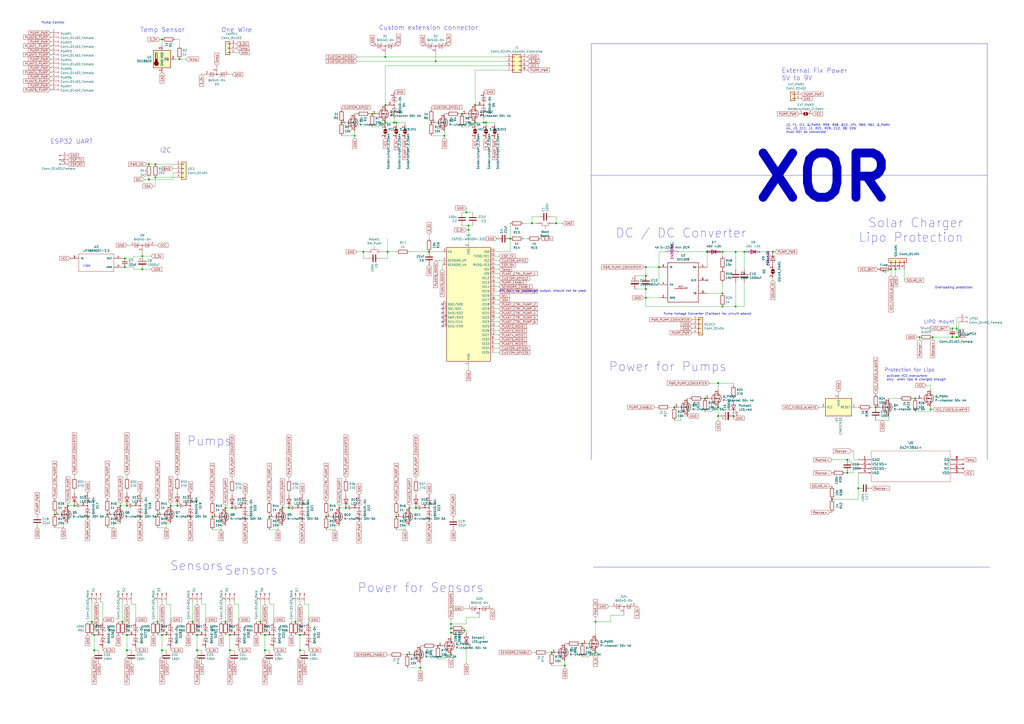
<source format=kicad_sch>
(kicad_sch (version 20230121) (generator eeschema)
  (paper "A2")
  (title_block (title "Plant Controller") (date "2020-12-21") (rev "0.4a") (company "C3MA"))
  (junction (at 281.94 71.12))
  (junction (at 261.62 364.49))
  (junction (at 261.62 367.03))
  (junction (at 43.18 293.37))
  (junction (at 223.52 33.02))
  (junction (at 215.9 66.04))
  (junction (at 73.66 293.37))
  (junction (at 322.58 129.54))
  (junction (at 223.52 60.96))
  (junction (at 73.66 368.3))
  (junction (at 391.16 236.22))
  (junction (at 114.3 368.3))
  (junction (at 151.13 360.68))
  (junction (at 425.45 241.3))
  (junction (at 54.61 368.3))
  (junction (at 93.98 22.86))
  (junction (at 31.75 298.45))
  (junction (at 228.6 71.12))
  (junction (at 99.06 293.37))
  (junction (at 530.86 231.14))
  (junction (at 53.34 360.68))
  (junction (at 62.23 298.45))
  (junction (at 431.8 146.05))
  (junction (at 539.75 237.49))
  (junction (at 241.3 294.64))
  (junction (at 224.79 146.05))
  (junction (at 69.85 293.37))
  (junction (at 93.98 368.3))
  (junction (at 236.22 379.73))
  (junction (at 93.98 377.19))
  (junction (at 72.39 149.86))
  (junction (at 153.67 368.3))
  (junction (at 86.36 95.25))
  (junction (at 243.84 387.35))
  (junction (at 271.78 130.81))
  (junction (at 210.82 146.05))
  (junction (at 337.82 373.38))
  (junction (at 223.52 71.12))
  (junction (at 280.67 71.12))
  (junction (at 257.81 78.74))
  (junction (at 419.1 146.05))
  (junction (at 419.1 170.18))
  (junction (at 237.49 294.64))
  (junction (at 130.81 294.64))
  (junction (at 91.44 298.45))
  (junction (at 482.6 289.56))
  (junction (at 123.19 299.72))
  (junction (at 73.66 377.19))
  (junction (at 261.62 379.73))
  (junction (at 275.59 60.96))
  (junction (at 229.87 71.12))
  (junction (at 519.43 156.21))
  (junction (at 153.67 377.19))
  (junction (at 171.45 360.68))
  (junction (at 205.74 78.74))
  (junction (at 408.94 231.14))
  (junction (at 295.91 138.43))
  (junction (at 82.55 148.59))
  (junction (at 426.72 146.05))
  (junction (at 261.62 361.95))
  (junction (at 327.66 386.08))
  (junction (at 374.65 172.72))
  (junction (at 134.62 294.64))
  (junction (at 90.17 95.25))
  (junction (at 269.24 365.76))
  (junction (at 419.1 177.8))
  (junction (at 554.99 190.5))
  (junction (at 382.27 154.94))
  (junction (at 374.65 167.64))
  (junction (at 163.83 294.64))
  (junction (at 374.65 154.94))
  (junction (at 541.02 195.58))
  (junction (at 156.21 299.72))
  (junction (at 102.87 293.37))
  (junction (at 111.76 360.68))
  (junction (at 196.85 294.64))
  (junction (at 308.61 129.54))
  (junction (at 189.23 299.72))
  (junction (at 516.89 156.21))
  (junction (at 133.35 377.19))
  (junction (at 254 374.65))
  (junction (at 167.64 294.64))
  (junction (at 72.39 154.94))
  (junction (at 552.45 190.5))
  (junction (at 229.87 299.72))
  (junction (at 374.65 160.02))
  (junction (at 267.97 66.04))
  (junction (at 448.31 146.05))
  (junction (at 320.04 378.46))
  (junction (at 114.3 377.19))
  (junction (at 130.81 360.68))
  (junction (at 508 236.22))
  (junction (at 345.44 360.68))
  (junction (at 491.49 274.32))
  (junction (at 86.36 104.14))
  (junction (at 198.12 71.12))
  (junction (at 200.66 294.64))
  (junction (at 252.73 35.56))
  (junction (at 426.72 177.8))
  (junction (at 497.84 283.21))
  (junction (at 416.56 241.3))
  (junction (at 133.35 368.3))
  (junction (at 416.56 236.22))
  (junction (at 82.55 156.21))
  (junction (at 491.49 266.7))
  (junction (at 410.21 146.05))
  (junction (at 533.4 195.58))
  (junction (at 416.56 222.25))
  (junction (at 104.14 34.29))
  (junction (at 275.59 71.12))
  (junction (at 554.99 195.58))
  (junction (at 71.12 360.68))
  (junction (at 248.92 146.05))
  (junction (at 90.17 102.87))
  (junction (at 271.78 133.35))
  (junction (at 552.45 195.58))
  (junction (at 250.19 71.12))
  (junction (at 91.44 360.68))
  (junction (at 270.51 123.19))
  (junction (at 345.44 378.46))
  (junction (at 173.99 377.19))
  (junction (at 173.99 368.3))
  (junction (at 54.61 377.19))
  (junction (at 39.37 293.37))
  (no_connect (at 256.54 179.07))
  (no_connect (at 410.21 162.56))
  (no_connect (at 256.54 184.15))
  (no_connect (at 256.54 189.23))
  (no_connect (at 256.54 176.53))
  (no_connect (at 256.54 186.69))
  (no_connect (at 256.54 181.61))
  (wire (pts (xy 93.98 377.19) (xy 96.52 377.19)))
  (wire (pts (xy 86.36 104.14) (xy 86.36 102.87)))
  (wire (pts (xy 419.1 148.59) (xy 419.1 146.05)))
  (wire (pts (xy 200.66 294.64) (xy 203.2 294.64)))
  (wire (pts (xy 312.42 125.73) (xy 308.61 125.73)))
  (wire (pts (xy 99.06 350.52) (xy 99.06 360.68)))
  (wire (pts (xy 382.27 165.1) (xy 382.27 154.94)))
  (wire (pts (xy 410.21 170.18) (xy 419.1 170.18)))
  (wire (pts (xy 119.38 350.52) (xy 119.38 360.68)))
  (wire (pts (xy 100.33 100.33) (xy 101.6 100.33)))
  (wire (pts (xy 388.62 236.22) (xy 391.16 236.22)))
  (wire (pts (xy 271.78 130.81) (xy 274.32 130.81)))
  (wire (pts (xy 66.04 306.07) (xy 62.23 306.07)))
  (wire (pts (xy 96.52 349.25) (xy 96.52 350.52)))
  (wire (pts (xy 119.38 375.92) (xy 119.38 377.19)))
  (wire (pts (xy 374.65 177.8) (xy 374.65 172.72)))
  (wire (pts (xy 85.09 95.25) (xy 86.36 95.25)))
  (wire (pts (xy 287.02 151.13) (xy 289.56 151.13)))
  (wire (pts (xy 104.14 22.86) (xy 101.6 22.86)))
  (wire (pts (xy 278.13 358.14) (xy 270.51 358.14)))
  (wire (pts (xy 552.45 195.58) (xy 554.99 195.58)))
  (wire (pts (xy 134.62 278.13) (xy 134.62 276.86)))
  (wire (pts (xy 287.02 161.29) (xy 289.56 161.29)))
  (wire (pts (xy 345.44 360.68) (xy 345.44 368.3)))
  (wire (pts (xy 219.71 71.12) (xy 219.71 73.66)))
  (wire (pts (xy 102.87 276.86) (xy 102.87 275.59)))
  (wire (pts (xy 31.75 297.18) (xy 31.75 298.45)))
  (wire (pts (xy 219.71 73.66) (xy 215.9 73.66)))
  (wire (pts (xy 320.04 386.08) (xy 327.66 386.08)))
  (wire (pts (xy 541.02 196.85) (xy 541.02 195.58)))
  (wire (pts (xy 189.23 298.45) (xy 189.23 299.72)))
  (polyline (pts (xy 572.77 25.4) (xy 572.77 266.7)))
  (wire (pts (xy 156.21 298.45) (xy 156.21 299.72)))
  (wire (pts (xy 425.45 240.03) (xy 425.45 241.3)))
  (wire (pts (xy 43.18 285.75) (xy 43.18 284.48)))
  (wire (pts (xy 287.02 179.07) (xy 289.56 179.07)))
  (wire (pts (xy 133.35 349.25) (xy 133.35 350.52)))
  (wire (pts (xy 77.47 148.59) (xy 82.55 148.59)))
  (wire (pts (xy 287.02 194.31) (xy 289.56 194.31)))
  (wire (pts (xy 200.66 294.64) (xy 196.85 294.64)))
  (wire (pts (xy 73.66 377.19) (xy 73.66 381)))
  (wire (pts (xy 516.89 160.02) (xy 516.89 156.21)))
  (wire (pts (xy 179.07 350.52) (xy 179.07 360.68)))
  (wire (pts (xy 495.3 271.78) (xy 497.84 271.78)))
  (wire (pts (xy 440.69 146.05) (xy 448.31 146.05)))
  (wire (pts (xy 168.91 360.68) (xy 171.45 360.68)))
  (wire (pts (xy 114.3 377.19) (xy 116.84 377.19)))
  (wire (pts (xy 43.18 276.86) (xy 43.18 275.59)))
  (wire (pts (xy 158.75 350.52) (xy 158.75 360.68)))
  (wire (pts (xy 271.78 130.81) (xy 271.78 133.35)))
  (wire (pts (xy 374.65 172.72) (xy 373.38 172.72)))
  (wire (pts (xy 237.49 146.05) (xy 248.92 146.05)))
  (wire (pts (xy 82.55 148.59) (xy 82.55 147.32)))
  (wire (pts (xy 250.19 78.74) (xy 257.81 78.74)))
  (wire (pts (xy 519.43 156.21) (xy 521.97 156.21)))
  (wire (pts (xy 311.15 129.54) (xy 308.61 129.54)))
  (wire (pts (xy 135.89 349.25) (xy 135.89 350.52)))
  (wire (pts (xy 556.26 186.69) (xy 556.26 195.58)))
  (wire (pts (xy 99.06 303.53) (xy 96.52 303.53)))
  (wire (pts (xy 275.59 71.12) (xy 280.67 71.12)))
  (wire (pts (xy 78.74 350.52) (xy 78.74 360.68)))
  (wire (pts (xy 287.02 156.21) (xy 289.56 156.21)))
  (wire (pts (xy 354.33 356.87) (xy 354.33 360.68)))
  (wire (pts (xy 248.92 146.05) (xy 256.54 146.05)))
  (wire (pts (xy 482.6 289.56) (xy 497.84 289.56)))
  (wire (pts (xy 102.87 293.37) (xy 99.06 293.37)))
  (wire (pts (xy 91.44 368.3) (xy 93.98 368.3)))
  (wire (pts (xy 368.3 160.02) (xy 374.65 160.02)))
  (wire (pts (xy 533.4 196.85) (xy 533.4 195.58)))
  (wire (pts (xy 374.65 177.8) (xy 419.1 177.8)))
  (wire (pts (xy 287.02 173.99) (xy 289.56 173.99)))
  (wire (pts (xy 86.36 95.25) (xy 90.17 95.25)))
  (wire (pts (xy 163.83 304.8) (xy 161.29 304.8)))
  (wire (pts (xy 515.62 243.84) (xy 508 243.84)))
  (wire (pts (xy 345.44 358.14) (xy 345.44 360.68)))
  (wire (pts (xy 173.99 368.3) (xy 171.45 368.3)))
  (wire (pts (xy 431.8 163.83) (xy 431.8 177.8)))
  (wire (pts (xy 275.59 72.39) (xy 275.59 71.12)))
  (wire (pts (xy 287.02 199.39) (xy 289.56 199.39)))
  (wire (pts (xy 176.53 377.19) (xy 173.99 377.19)))
  (wire (pts (xy 303.53 138.43) (xy 306.07 138.43)))
  (wire (pts (xy 398.78 241.3) (xy 394.97 241.3)))
  (wire (pts (xy 515.62 231.14) (xy 521.97 231.14)))
  (wire (pts (xy 271.78 133.35) (xy 270.51 133.35)))
  (wire (pts (xy 213.36 149.86) (xy 210.82 149.86)))
  (wire (pts (xy 308.61 125.73) (xy 308.61 129.54)))
  (wire (pts (xy 287.02 196.85) (xy 289.56 196.85)))
  (wire (pts (xy 287.02 189.23) (xy 289.56 189.23)))
  (wire (pts (xy 134.62 294.64) (xy 137.16 294.64)))
  (wire (pts (xy 252.73 35.56) (xy 252.73 31.75)))
  (wire (pts (xy 233.68 379.73) (xy 236.22 379.73)))
  (wire (pts (xy 419.1 146.05) (xy 426.72 146.05)))
  (wire (pts (xy 73.66 293.37) (xy 76.2 293.37)))
  (wire (pts (xy 87.63 156.21) (xy 82.55 156.21)))
  (wire (pts (xy 374.65 154.94) (xy 382.27 154.94)))
  (wire (pts (xy 91.44 297.18) (xy 91.44 298.45)))
  (wire (pts (xy 133.35 43.18) (xy 134.62 43.18)))
  (wire (pts (xy 271.78 73.66) (xy 267.97 73.66)))
  (wire (pts (xy 374.65 167.64) (xy 374.65 172.72)))
  (wire (pts (xy 341.63 381) (xy 337.82 381)))
  (wire (pts (xy 270.51 123.19) (xy 274.32 123.19)))
  (wire (pts (xy 114.3 349.25) (xy 114.3 350.52)))
  (wire (pts (xy 287.02 71.12) (xy 287.02 72.39)))
  (wire (pts (xy 275.59 40.64) (xy 293.37 40.64)))
  (wire (pts (xy 36.83 306.07) (xy 31.75 306.07)))
  (wire (pts (xy 118.11 43.18) (xy 116.84 43.18)))
  (wire (pts (xy 269.24 365.76) (xy 270.51 365.76)))
  (wire (pts (xy 492.76 267.97) (xy 492.76 266.7)))
  (wire (pts (xy 256.54 153.67) (xy 256.54 156.21)))
  (wire (pts (xy 223.52 33.02) (xy 223.52 31.75)))
  (wire (pts (xy 379.73 236.22) (xy 381 236.22)))
  (wire (pts (xy 271.78 71.12) (xy 275.59 71.12)))
  (wire (pts (xy 101.6 34.29) (xy 104.14 34.29)))
  (wire (pts (xy 322.58 129.54) (xy 321.31 129.54)))
  (wire (pts (xy 529.59 231.14) (xy 530.86 231.14)))
  (wire (pts (xy 100.33 97.79) (xy 101.6 97.79)))
  (wire (pts (xy 138.43 350.52) (xy 138.43 360.68)))
  (wire (pts (xy 250.19 62.23) (xy 250.19 63.5)))
  (wire (pts (xy 248.92 138.43) (xy 248.92 135.89)))
  (wire (pts (xy 90.17 107.95) (xy 90.17 102.87)))
  (wire (pts (xy 287.02 204.47) (xy 289.56 204.47)))
  (wire (pts (xy 59.69 349.25) (xy 59.69 360.68)))
  (wire (pts (xy 224.79 146.05) (xy 224.79 138.43)))
  (wire (pts (xy 236.22 387.35) (xy 243.84 387.35)))
  (wire (pts (xy 102.87 285.75) (xy 102.87 284.48)))
  (wire (pts (xy 128.27 360.68) (xy 130.81 360.68)))
  (wire (pts (xy 194.31 307.34) (xy 189.23 307.34)))
  (wire (pts (xy 158.75 375.92) (xy 158.75 377.19)))
  (wire (pts (xy 554.99 184.15) (xy 556.26 184.15)))
  (wire (pts (xy 368.3 167.64) (xy 374.65 167.64)))
  (wire (pts (xy 308.61 129.54) (xy 303.53 129.54)))
  (wire (pts (xy 173.99 349.25) (xy 173.99 350.52)))
  (wire (pts (xy 448.31 162.56) (xy 448.31 161.29)))
  (wire (pts (xy 77.47 156.21) (xy 77.47 154.94)))
  (wire (pts (xy 245.11 374.65) (xy 243.84 374.65)))
  (wire (pts (xy 76.2 349.25) (xy 76.2 350.52)))
  (wire (pts (xy 373.38 154.94) (xy 374.65 154.94)))
  (polyline (pts (xy 342.9 25.4) (xy 342.9 266.7)))
  (wire (pts (xy 173.99 368.3) (xy 173.99 377.19)))
  (wire (pts (xy 210.82 149.86) (xy 210.82 146.05)))
  (wire (pts (xy 133.35 377.19) (xy 133.35 381)))
  (wire (pts (xy 269.24 353.06) (xy 270.51 353.06)))
  (wire (pts (xy 541.02 195.58) (xy 552.45 195.58)))
  (wire (pts (xy 295.91 138.43) (xy 295.91 146.05)))
  (wire (pts (xy 539.75 223.52) (xy 539.75 226.06)))
  (wire (pts (xy 219.71 71.12) (xy 223.52 71.12)))
  (wire (pts (xy 59.69 349.25) (xy 58.42 349.25)))
  (wire (pts (xy 257.81 379.73) (xy 261.62 379.73)))
  (wire (pts (xy 287.02 186.69) (xy 289.56 186.69)))
  (wire (pts (xy 241.3 294.64) (xy 243.84 294.64)))
  (polyline (pts (xy 574.04 328.93) (xy 344.17 328.93)))
  (wire (pts (xy 237.49 294.64) (xy 237.49 293.37)))
  (wire (pts (xy 93.98 377.19) (xy 93.98 381)))
  (wire (pts (xy 287.02 146.05) (xy 295.91 146.05)))
  (wire (pts (xy 207.01 146.05) (xy 210.82 146.05)))
  (wire (pts (xy 281.94 71.12) (xy 287.02 71.12)))
  (wire (pts (xy 130.81 294.64) (xy 134.62 294.64)))
  (wire (pts (xy 556.26 195.58) (xy 554.99 195.58)))
  (wire (pts (xy 93.98 22.86) (xy 93.98 26.67)))
  (wire (pts (xy 158.75 350.52) (xy 156.21 350.52)))
  (wire (pts (xy 361.95 356.87) (xy 354.33 356.87)))
  (wire (pts (xy 128.27 307.34) (xy 123.19 307.34)))
  (wire (pts (xy 196.85 304.8) (xy 194.31 304.8)))
  (wire (pts (xy 114.3 377.19) (xy 114.3 381)))
  (wire (pts (xy 530.86 231.14) (xy 532.13 231.14)))
  (wire (pts (xy 194.31 304.8) (xy 194.31 307.34)))
  (wire (pts (xy 426.72 156.21) (xy 426.72 146.05)))
  (wire (pts (xy 417.83 241.3) (xy 416.56 241.3)))
  (wire (pts (xy 88.9 360.68) (xy 91.44 360.68)))
  (wire (pts (xy 148.59 360.68) (xy 151.13 360.68)))
  (wire (pts (xy 416.56 241.3) (xy 416.56 243.84)))
  (wire (pts (xy 341.63 378.46) (xy 341.63 381)))
  (wire (pts (xy 474.98 236.22) (xy 476.25 236.22)))
  (wire (pts (xy 270.51 365.76) (xy 270.51 367.03)))
  (wire (pts (xy 416.56 222.25) (xy 411.48 222.25)))
  (wire (pts (xy 382.27 172.72) (xy 374.65 172.72)))
  (wire (pts (xy 86.36 104.14) (xy 100.33 104.14)))
  (wire (pts (xy 431.8 146.05) (xy 433.07 146.05)))
  (wire (pts (xy 104.14 34.29) (xy 107.95 34.29)))
  (wire (pts (xy 287.02 158.75) (xy 289.56 158.75)))
  (wire (pts (xy 116.84 349.25) (xy 116.84 350.52)))
  (wire (pts (xy 270.51 120.65) (xy 270.51 123.19)))
  (wire (pts (xy 50.8 360.68) (xy 53.34 360.68)))
  (wire (pts (xy 495.3 274.32) (xy 495.3 271.78)))
  (wire (pts (xy 431.8 177.8) (xy 426.72 177.8)))
  (wire (pts (xy 412.75 236.22) (xy 412.75 238.76)))
  (wire (pts (xy 267.97 123.19) (xy 270.51 123.19)))
  (wire (pts (xy 524.51 156.21) (xy 524.51 162.56)))
  (wire (pts (xy 486.41 228.6) (xy 486.41 227.33)))
  (wire (pts (xy 82.55 148.59) (xy 87.63 148.59)))
  (wire (pts (xy 252.73 374.65) (xy 254 374.65)))
  (wire (pts (xy 224.79 149.86) (xy 224.79 146.05)))
  (wire (pts (xy 243.84 387.35) (xy 243.84 388.62)))
  (wire (pts (xy 515.62 241.3) (xy 515.62 243.84)))
  (wire (pts (xy 234.95 304.8) (xy 234.95 307.34)))
  (wire (pts (xy 481.33 297.18) (xy 482.6 297.18)))
  (wire (pts (xy 261.62 381) (xy 261.62 379.73)))
  (wire (pts (xy 223.52 33.02) (xy 293.37 33.02)))
  (wire (pts (xy 90.17 95.25) (xy 101.6 95.25)))
  (wire (pts (xy 491.49 274.32) (xy 490.22 274.32)))
  (wire (pts (xy 237.49 294.64) (xy 241.3 294.64)))
  (wire (pts (xy 223.52 71.12) (xy 228.6 71.12)))
  (wire (pts (xy 320.04 125.73) (xy 322.58 125.73)))
  (wire (pts (xy 241.3 287.02) (xy 241.3 285.75)))
  (wire (pts (xy 210.82 146.05) (xy 212.09 146.05)))
  (wire (pts (xy 83.82 104.14) (xy 86.36 104.14)))
  (wire (pts (xy 394.97 243.84) (xy 391.16 243.84)))
  (wire (pts (xy 53.34 360.68) (xy 53.34 349.25)))
  (wire (pts (xy 354.33 360.68) (xy 345.44 360.68)))
  (wire (pts (xy 497.84 269.24) (xy 494.03 269.24)))
  (wire (pts (xy 416.56 236.22) (xy 416.56 241.3)))
  (wire (pts (xy 73.66 349.25) (xy 73.66 350.52)))
  (wire (pts (xy 267.97 130.81) (xy 271.78 130.81)))
  (wire (pts (xy 200.66 287.02) (xy 200.66 285.75)))
  (wire (pts (xy 308.61 378.46) (xy 309.88 378.46)))
  (wire (pts (xy 497.84 283.21) (xy 497.84 274.32)))
  (wire (pts (xy 229.87 71.12) (xy 229.87 72.39)))
  (wire (pts (xy 138.43 350.52) (xy 135.89 350.52)))
  (wire (pts (xy 167.64 287.02) (xy 167.64 285.75)))
  (wire (pts (xy 62.23 297.18) (xy 62.23 298.45)))
  (wire (pts (xy 207.01 66.04) (xy 205.74 66.04)))
  (wire (pts (xy 54.61 377.19) (xy 57.15 377.19)))
  (wire (pts (xy 100.33 104.14) (xy 100.33 100.33)))
  (wire (pts (xy 287.02 171.45) (xy 289.56 171.45)))
  (wire (pts (xy 271.78 71.12) (xy 271.78 73.66)))
  (wire (pts (xy 425.45 222.25) (xy 425.45 223.52)))
  (wire (pts (xy 341.63 378.46) (xy 345.44 378.46)))
  (wire (pts (xy 72.39 149.86) (xy 71.12 149.86)))
  (wire (pts (xy 153.67 349.25) (xy 153.67 350.52)))
  (wire (pts (xy 416.56 222.25) (xy 416.56 226.06)))
  (wire (pts (xy 228.6 68.58) (xy 228.6 71.12)))
  (wire (pts (xy 551.18 190.5) (xy 552.45 190.5)))
  (wire (pts (xy 96.52 306.07) (xy 91.44 306.07)))
  (wire (pts (xy 426.72 146.05) (xy 431.8 146.05)))
  (wire (pts (xy 69.85 293.37) (xy 69.85 292.1)))
  (wire (pts (xy 123.19 298.45) (xy 123.19 299.72)))
  (wire (pts (xy 156.21 349.25) (xy 156.21 350.52)))
  (wire (pts (xy 393.7 146.05) (xy 410.21 146.05)))
  (wire (pts (xy 494.03 269.24) (xy 494.03 267.97)))
  (wire (pts (xy 261.62 359.41) (xy 261.62 361.95)))
  (wire (pts (xy 539.75 238.76) (xy 539.75 237.49)))
  (wire (pts (xy 345.44 379.73) (xy 345.44 378.46)))
  (polyline (pts (xy 342.9 101.6) (xy 572.77 101.6)))
  (wire (pts (xy 69.85 303.53) (xy 66.04 303.53)))
  (wire (pts (xy 151.13 368.3) (xy 153.67 368.3)))
  (wire (pts (xy 73.66 377.19) (xy 76.2 377.19)))
  (wire (pts (xy 196.85 293.37) (xy 196.85 294.64)))
  (wire (pts (xy 99.06 292.1) (xy 99.06 293.37)))
  (wire (pts (xy 229.87 298.45) (xy 229.87 299.72)))
  (wire (pts (xy 287.02 166.37) (xy 289.56 166.37)))
  (wire (pts (xy 128.27 304.8) (xy 128.27 307.34)))
  (wire (pts (xy 241.3 278.13) (xy 241.3 276.86)))
  (wire (pts (xy 179.07 350.52) (xy 176.53 350.52)))
  (wire (pts (xy 71.12 368.3) (xy 73.66 368.3)))
  (wire (pts (xy 71.12 349.25) (xy 71.12 360.68)))
  (wire (pts (xy 114.3 368.3) (xy 111.76 368.3)))
  (wire (pts (xy 68.58 360.68) (xy 71.12 360.68)))
  (wire (pts (xy 519.43 156.21) (xy 519.43 160.02)))
  (wire (pts (xy 425.45 232.41) (xy 425.45 231.14)))
  (wire (pts (xy 425.45 222.25) (xy 416.56 222.25)))
  (wire (pts (xy 491.49 274.32) (xy 495.3 274.32)))
  (wire (pts (xy 448.31 146.05) (xy 449.58 146.05)))
  (wire (pts (xy 73.66 368.3) (xy 73.66 377.19)))
  (wire (pts (xy 257.81 78.74) (xy 257.81 76.2)))
  (wire (pts (xy 270.51 374.65) (xy 270.51 384.81)))
  (wire (pts (xy 495.3 261.62) (xy 494.03 261.62)))
  (wire (pts (xy 482.6 266.7) (xy 491.49 266.7)))
  (wire (pts (xy 328.93 373.38) (xy 327.66 373.38)))
  (wire (pts (xy 92.71 22.86) (xy 93.98 22.86)))
  (wire (pts (xy 167.64 278.13) (xy 167.64 276.86)))
  (wire (pts (xy 336.55 373.38) (xy 337.82 373.38)))
  (wire (pts (xy 119.38 350.52) (xy 116.84 350.52)))
  (wire (pts (xy 153.67 377.19) (xy 156.21 377.19)))
  (wire (pts (xy 171.45 349.25) (xy 171.45 360.68)))
  (wire (pts (xy 224.79 146.05) (xy 229.87 146.05)))
  (wire (pts (xy 327.66 386.08) (xy 327.66 387.35)))
  (wire (pts (xy 114.3 368.3) (xy 114.3 377.19)))
  (wire (pts (xy 280.67 68.58) (xy 280.67 71.12)))
  (wire (pts (xy 261.62 361.95) (xy 261.62 364.49)))
  (wire (pts (xy 426.72 177.8) (xy 419.1 177.8)))
  (wire (pts (xy 66.04 303.53) (xy 66.04 306.07)))
  (wire (pts (xy 88.9 107.95) (xy 90.17 107.95)))
  (wire (pts (xy 36.83 303.53) (xy 36.83 306.07)))
  (wire (pts (xy 275.59 40.64) (xy 275.59 60.96)))
  (wire (pts (xy 130.81 293.37) (xy 130.81 294.64)))
  (wire (pts (xy 266.7 66.04) (xy 267.97 66.04)))
  (wire (pts (xy 207.01 35.56) (xy 252.73 35.56)))
  (wire (pts (xy 287.02 184.15) (xy 289.56 184.15)))
  (wire (pts (xy 552.45 190.5) (xy 554.99 190.5)))
  (wire (pts (xy 220.98 149.86) (xy 224.79 149.86)))
  (wire (pts (xy 91.44 360.68) (xy 91.44 349.25)))
  (wire (pts (xy 426.72 163.83) (xy 426.72 177.8)))
  (wire (pts (xy 222.25 146.05) (xy 224.79 146.05)))
  (wire (pts (xy 261.62 367.03) (xy 261.62 369.57)))
  (wire (pts (xy 77.47 149.86) (xy 77.47 148.59)))
  (wire (pts (xy 554.99 193.04) (xy 554.99 190.5)))
  (wire (pts (xy 176.53 349.25) (xy 176.53 350.52)))
  (wire (pts (xy 78.74 375.92) (xy 78.74 377.19)))
  (wire (pts (xy 223.52 72.39) (xy 223.52 71.12)))
  (wire (pts (xy 153.67 377.19) (xy 153.67 381)))
  (wire (pts (xy 257.81 78.74) (xy 257.81 80.01)))
  (wire (pts (xy 257.81 379.73) (xy 257.81 382.27)))
  (wire (pts (xy 167.64 294.64) (xy 170.18 294.64)))
  (wire (pts (xy 78.74 350.52) (xy 76.2 350.52)))
  (wire (pts (xy 214.63 66.04) (xy 215.9 66.04)))
  (wire (pts (xy 410.21 146.05) (xy 410.21 154.94)))
  (wire (pts (xy 59.69 375.92) (xy 59.69 377.19)))
  (wire (pts (xy 200.66 278.13) (xy 200.66 276.86)))
  (wire (pts (xy 327.66 386.08) (xy 327.66 383.54)))
  (wire (pts (xy 287.02 153.67) (xy 289.56 153.67)))
  (wire (pts (xy 505.46 236.22) (xy 508 236.22)))
  (wire (pts (xy 73.66 285.75) (xy 73.66 284.48)))
  (wire (pts (xy 229.87 71.12) (xy 234.95 71.12)))
  (wire (pts (xy 412.75 236.22) (xy 416.56 236.22)))
  (wire (pts (xy 271.78 214.63) (xy 271.78 212.09)))
  (wire (pts (xy 224.79 379.73) (xy 226.06 379.73)))
  (wire (pts (xy 163.83 293.37) (xy 163.83 294.64)))
  (wire (pts (xy 322.58 125.73) (xy 322.58 129.54)))
  (wire (pts (xy 223.52 38.1) (xy 293.37 38.1)))
  (wire (pts (xy 104.14 26.67) (xy 104.14 22.86)))
  (wire (pts (xy 326.39 129.54) (xy 322.58 129.54)))
  (wire (pts (xy 407.67 231.14) (xy 408.94 231.14)))
  (wire (pts (xy 173.99 377.19) (xy 173.99 381)))
  (wire (pts (xy 179.07 375.92) (xy 179.07 377.19)))
  (wire (pts (xy 39.37 303.53) (xy 36.83 303.53)))
  (wire (pts (xy 39.37 292.1) (xy 39.37 293.37)))
  (wire (pts (xy 554.99 190.5) (xy 554.99 184.15)))
  (wire (pts (xy 134.62 287.02) (xy 134.62 285.75)))
  (wire (pts (xy 494.03 267.97) (xy 492.76 267.97)))
  (wire (pts (xy 163.83 294.64) (xy 167.64 294.64)))
  (wire (pts (xy 130.81 368.3) (xy 133.35 368.3)))
  (wire (pts (xy 537.21 223.52) (xy 539.75 223.52)))
  (wire (pts (xy 287.02 201.93) (xy 289.56 201.93)))
  (wire (pts (xy 93.98 349.25) (xy 93.98 350.52)))
  (wire (pts (xy 237.49 304.8) (xy 234.95 304.8)))
  (wire (pts (xy 412.75 238.76) (xy 408.94 238.76)))
  (wire (pts (xy 431.8 156.21) (xy 431.8 146.05)))
  (wire (pts (xy 96.52 303.53) (xy 96.52 306.07)))
  (wire (pts (xy 257.81 382.27) (xy 254 382.27)))
  (wire (pts (xy 271.78 133.35) (xy 271.78 140.97)))
  (wire (pts (xy 259.08 66.04) (xy 257.81 66.04)))
  (wire (pts (xy 223.52 38.1) (xy 223.52 60.96)))
  (wire (pts (xy 54.61 377.19) (xy 54.61 381)))
  (wire (pts (xy 72.39 154.94) (xy 77.47 154.94)))
  (wire (pts (xy 207.01 33.02) (xy 223.52 33.02)))
  (wire (pts (xy 161.29 307.34) (xy 156.21 307.34)))
  (wire (pts (xy 71.12 154.94) (xy 72.39 154.94)))
  (wire (pts (xy 317.5 378.46) (xy 320.04 378.46)))
  (wire (pts (xy 243.84 387.35) (xy 243.84 384.81)))
  (wire (pts (xy 90.17 102.87) (xy 101.6 102.87)))
  (wire (pts (xy 43.18 293.37) (xy 45.72 293.37)))
  (wire (pts (xy 228.6 71.12) (xy 229.87 71.12)))
  (wire (pts (xy 394.97 241.3) (xy 394.97 243.84)))
  (wire (pts (xy 53.34 368.3) (xy 54.61 368.3)))
  (wire (pts (xy 252.73 35.56) (xy 293.37 35.56)))
  (wire (pts (xy 497.84 289.56) (xy 497.84 283.21)))
  (wire (pts (xy 481.33 281.94) (xy 482.6 281.94)))
  (wire (pts (xy 287.02 163.83) (xy 289.56 163.83)))
  (wire (pts (xy 269.24 365.76) (xy 269.24 367.03)))
  (wire (pts (xy 281.94 71.12) (xy 281.94 72.39)))
  (wire (pts (xy 287.02 176.53) (xy 289.56 176.53)))
  (wire (pts (xy 54.61 368.3) (xy 54.61 377.19)))
  (wire (pts (xy 90.17 142.24) (xy 91.44 142.24)))
  (wire (pts (xy 270.51 358.14) (xy 270.51 361.95)))
  (wire (pts (xy 153.67 368.3) (xy 153.67 377.19)))
  (wire (pts (xy 419.1 163.83) (xy 419.1 170.18)))
  (wire (pts (xy 99.06 350.52) (xy 96.52 350.52)))
  (wire (pts (xy 198.12 78.74) (xy 205.74 78.74)))
  (wire (pts (xy 530.86 238.76) (xy 539.75 238.76)))
  (wire (pts (xy 198.12 62.23) (xy 198.12 63.5)))
  (wire (pts (xy 541.02 237.49) (xy 539.75 237.49)))
  (wire (pts (xy 252.73 151.13) (xy 256.54 151.13)))
  (wire (pts (xy 269.24 364.49) (xy 269.24 365.76)))
  (wire (pts (xy 400.05 231.14) (xy 398.78 231.14)))
  (wire (pts (xy 374.65 160.02) (xy 374.65 154.94)))
  (wire (pts (xy 39.37 293.37) (xy 43.18 293.37)))
  (wire (pts (xy 74.93 142.24) (xy 73.66 142.24)))
  (wire (pts (xy 234.95 307.34) (xy 229.87 307.34)))
  (wire (pts (xy 111.76 360.68) (xy 111.76 349.25)))
  (wire (pts (xy 287.02 148.59) (xy 289.56 148.59)))
  (wire (pts (xy 495.3 266.7) (xy 495.3 261.62)))
  (wire (pts (xy 417.83 146.05) (xy 419.1 146.05)))
  (wire (pts (xy 425.45 241.3) (xy 425.45 242.57)))
  (wire (pts (xy 491.49 266.7) (xy 492.76 266.7)))
  (wire (pts (xy 161.29 304.8) (xy 161.29 307.34)))
  (wire (pts (xy 151.13 360.68) (xy 151.13 349.25)))
  (wire (pts (xy 102.87 293.37) (xy 105.41 293.37)))
  (wire (pts (xy 261.62 364.49) (xy 261.62 367.03)))
  (wire (pts (xy 287.02 168.91) (xy 289.56 168.91)))
  (wire (pts (xy 280.67 71.12) (xy 281.94 71.12)))
  (wire (pts (xy 72.39 149.86) (xy 77.47 149.86)))
  (wire (pts (xy 99.06 375.92) (xy 99.06 377.19)))
  (wire (pts (xy 287.02 191.77) (xy 289.56 191.77)))
  (wire (pts (xy 270.51 361.95) (xy 261.62 361.95)))
  (wire (pts (xy 234.95 71.12) (xy 234.95 72.39)))
  (wire (pts (xy 205.74 78.74) (xy 205.74 76.2)))
  (wire (pts (xy 109.22 360.68) (xy 111.76 360.68)))
  (wire (pts (xy 496.57 236.22) (xy 497.84 236.22)))
  (wire (pts (xy 353.06 351.79) (xy 354.33 351.79)))
  (wire (pts (xy 295.91 129.54) (xy 295.91 138.43)))
  (wire (pts (xy 133.35 377.19) (xy 135.89 377.19)))
  (wire (pts (xy 533.4 195.58) (xy 532.13 195.58)))
  (wire (pts (xy 133.35 368.3) (xy 133.35 377.19)))
  (wire (pts (xy 73.66 293.37) (xy 69.85 293.37)))
  (wire (pts (xy 93.98 368.3) (xy 93.98 377.19)))
  (wire (pts (xy 205.74 78.74) (xy 205.74 80.01)))
  (wire (pts (xy 287.02 181.61) (xy 289.56 181.61)))
  (wire (pts (xy 82.55 156.21) (xy 77.47 156.21)))
  (polyline (pts (xy 342.9 25.4) (xy 572.77 25.4)))
  (wire (pts (xy 138.43 375.92) (xy 138.43 377.19)))
  (wire (pts (xy 130.81 360.68) (xy 130.81 349.25)))
  (wire (pts (xy 130.81 304.8) (xy 128.27 304.8)))
  (wire (pts (xy 497.84 266.7) (xy 495.3 266.7)))
  (wire (pts (xy 539.75 237.49) (xy 539.75 236.22)))
  (wire (pts (xy 73.66 276.86) (xy 73.66 275.59)))
  (wire (pts (xy 386.08 146.05) (xy 382.27 146.05)))
  (wire (pts (xy 382.27 146.05) (xy 382.27 154.94)))
  (wire (pts (xy 138.43 30.48) (xy 137.16 30.48)))
  (text "DC / DC Converter" (at 433.07 138.43 0) (effects (font (size 5.2578 5.2578)) (justify right bottom)))
  (text "ESP32 UART" (at 29.21 83.82 0) (effects (font (size 2.667 2.667)) (justify left bottom)))
  (text "Protection for Lipo" (at 513.08 215.9 0) (effects (font (size 2.0066 2.0066)) (justify left bottom)))
  (text "One Wire" (at 128.27 19.05 0) (effects (font (size 2.667 2.667)) (justify left bottom)))
  (text "Power for Pumps" (at 421.64 215.9 0) (effects (font (size 5.2578 5.2578)) (justify right bottom)))
  (text "Lipo" (at 48.26 154.94 0) (effects (font (size 1.27 1.27)) (justify left bottom)))
  (text "External Fix Power\n5V to 9V" (at 453.39 46.99 0) (effects (font (size 2.667 2.667)) (justify left bottom)))
  (text "Pump Voltage Converter (Fallback for circuit above)" (at 384.81 182.88 0) (effects (font (size 1.27 1.27)) (justify left bottom)))
  (text "Pumps" (at 134.62 259.08 0) (effects (font (size 5.2578 5.2578)) (justify right bottom)))
  (text "LIPO mount" (at 535.94 187.96 0) (effects (font (size 2.0066 2.0066)) (justify left bottom)))
  (text "Overloading protection" (at 542.29 167.64 0) (effects (font (size 1.27 1.27)) (justify left bottom)))
  (text "Sensors" (at 129.54 331.47 0) (effects (font (size 5.2578 5.2578)) (justify right bottom)))
  (text "Pump Control" (at 24.13 13.97 0) (effects (font (size 1.27 1.27)) (justify left bottom)))
  (text "Solar Charger\nLipo Protection" (at 558.8 140.97 0) (effects (font (size 5.2578 5.2578)) (justify right bottom)))
  (text "Sensors" (at 161.29 334.01 0) (effects (font (size 5.2578 5.2578)) (justify right bottom)))
  (text "Temp Sensor" (at 81.28 19.05 0) (effects (font (size 2.667 2.667)) (justify left bottom)))
  (text "Power for Sensors" (at 280.67 344.17 0) (effects (font (size 5.2578 5.2578)) (justify right bottom)))
  (text "I2C" (at 92.71 88.9 0) (effects (font (size 2.667 2.667)) (justify left bottom)))
  (text "Custom extension connector" (at 219.71 17.78 0) (effects (font (size 2.667 2.667)) (justify left bottom)))
  (text "J2, F1, IC1, Q_PWR3. R59, R58, Q12, JP1, R60, R61, Q_PWR4\nU4, J3, C11, L1, R21, R29, C12, D8, D26\nmust NOT be connected" (at 455.93 77.47 0) (effects (font (size 1.27 1.27)) (justify left bottom)))
  (text "XOR" (at 435.61 118.11 0) (effects (font (size 25.7048 25.7048) (thickness 5.141) bold) (justify left bottom)))
  (text "Will fuck up bootloader output, should not be used\n" (at 289.56 169.545 0) (effects (font (size 1.27 1.27)) (justify left bottom)))
  (text "activate VCC everywhere \nonly  when lipo is charged enough" (at 514.35 220.98 0) (effects (font (size 1.27 1.27)) (justify left bottom)))
  (global_label "PLANT4_PUMP" (shape input) (at 29.21 41.91 180) (property "Intersheetrefs" "${INTERSHEET_REFS}" (effects hide)))
  (global_label "PWR_SENSORS" (shape input) (at 93.98 350.52 270) (property "Intersheetrefs" "${INTERSHEET_REFS}" (effects hide)))
  (global_label "Temp" (shape input) (at 125.73 38.1 90) (property "Intersheetrefs" "${INTERSHEET_REFS}" (effects hide)))
  (global_label "VCC" (shape input) (at 223.52 80.01 270) (property "Intersheetrefs" "${INTERSHEET_REFS}" (effects hide)))
  (global_label "PUMP_PWR" (shape input) (at 110.49 300.99 270) (property "Intersheetrefs" "${INTERSHEET_REFS}" (effects hide)))
  (global_label "GND" (shape input) (at 73.66 142.24 180) (property "Intersheetrefs" "${INTERSHEET_REFS}" (effects hide)))
  (global_label "GND" (shape input) (at 270.51 120.65 180) (property "Intersheetrefs" "${INTERSHEET_REFS}" (effects hide)))
  (global_label "GND" (shape input) (at 208.28 287.02 90) (property "Intersheetrefs" "${INTERSHEET_REFS}" (effects hide)))
  (global_label "GND" (shape input) (at 280.67 53.34 0) (property "Intersheetrefs" "${INTERSHEET_REFS}" (effects hide)))
  (global_label "PWR_SENSORS" (shape input) (at 55.88 349.25 270) (property "Intersheetrefs" "${INTERSHEET_REFS}" (effects hide)))
  (global_label "GND" (shape input) (at 353.06 351.79 180) (property "Intersheetrefs" "${INTERSHEET_REFS}" (effects hide)))
  (global_label "PLANT5_MOIST" (shape input) (at 256.54 156.21 270) (property "Intersheetrefs" "${INTERSHEET_REFS}" (effects hide)))
  (global_label "3_3V" (shape input) (at 229.87 80.01 270) (property "Intersheetrefs" "${INTERSHEET_REFS}" (effects hide)))
  (global_label "PUMP_PWR" (shape input) (at 50.8 300.99 270) (property "Intersheetrefs" "${INTERSHEET_REFS}" (effects hide)))
  (global_label "PWR_PUMP_CONVERTER" (shape input) (at 411.48 222.25 180) (property "Intersheetrefs" "${INTERSHEET_REFS}" (effects hide)))
  (global_label "CUSTOM_GPIO12" (shape input) (at 289.56 161.29 0) (property "Intersheetrefs" "${INTERSHEET_REFS}" (effects hide)))
  (global_label "PUMP_PWR" (shape input) (at 175.26 302.26 270) (property "Intersheetrefs" "${INTERSHEET_REFS}" (effects hide)))
  (global_label "PLANT3_MOIST" (shape input) (at 289.56 191.77 0) (property "Intersheetrefs" "${INTERSHEET_REFS}" (effects hide)))
  (global_label "PLANT6_MOIST" (shape input) (at 173.99 381 270) (property "Intersheetrefs" "${INTERSHEET_REFS}" (effects hide)))
  (global_label "GND" (shape input) (at 93.98 41.91 270) (property "Intersheetrefs" "${INTERSHEET_REFS}" (effects hide)))
  (global_label "GND" (shape input) (at 519.43 160.02 270) (property "Intersheetrefs" "${INTERSHEET_REFS}" (effects hide)))
  (global_label "SCL" (shape input) (at 83.82 104.14 180) (property "Intersheetrefs" "${INTERSHEET_REFS}" (effects hide)))
  (global_label "GND" (shape input) (at 234.95 307.34 270) (property "Intersheetrefs" "${INTERSHEET_REFS}" (effects hide)))
  (global_label "SCL" (shape input) (at 289.56 171.45 0) (property "Intersheetrefs" "${INTERSHEET_REFS}" (effects hide)))
  (global_label "PWR_I2C" (shape input) (at 85.09 95.25 180) (property "Intersheetrefs" "${INTERSHEET_REFS}" (effects hide)))
  (global_label "3_3V" (shape input) (at 87.63 148.59 0) (property "Intersheetrefs" "${INTERSHEET_REFS}" (effects hide)))
  (global_label "ESP_RX" (shape input) (at 289.56 153.67 0) (property "Intersheetrefs" "${INTERSHEET_REFS}" (effects hide)))
  (global_label "ESP_TX" (shape input) (at 289.56 148.59 0) (property "Intersheetrefs" "${INTERSHEET_REFS}" (effects hide)))
  (global_label "PUMP_PWR" (shape input) (at 142.24 302.26 270) (property "Intersheetrefs" "${INTERSHEET_REFS}" (effects hide)))
  (global_label "PLANT_CTRL_PUMP_6" (shape input) (at 289.56 186.69 0) (property "Intersheetrefs" "${INTERSHEET_REFS}" (effects hide)))
  (global_label "GND" (shape input) (at 205.74 80.01 270) (property "Intersheetrefs" "${INTERSHEET_REFS}" (effects hide)))
  (global_label "PWR_PUMP_CONVERTER" (shape input) (at 73.66 275.59 90) (property "Intersheetrefs" "${INTERSHEET_REFS}" (effects hide)))
  (global_label "PLANT_CTRL_PUMP_0" (shape input) (at 31.75 289.56 90) (property "Intersheetrefs" "${INTERSHEET_REFS}" (effects hide)))
  (global_label "3_3V" (shape input) (at 260.35 26.67 90) (property "Intersheetrefs" "${INTERSHEET_REFS}" (effects hide)))
  (global_label "PLANT6_PUMP" (shape input) (at 29.21 52.07 180) (property "Intersheetrefs" "${INTERSHEET_REFS}" (effects hide)))
  (global_label "SENSORS_ENABLE" (shape input) (at 308.61 378.46 180) (property "Intersheetrefs" "${INTERSHEET_REFS}" (effects hide)))
  (global_label "GND" (shape input) (at 215.9 26.67 90) (property "Intersheetrefs" "${INTERSHEET_REFS}" (effects hide)))
  (global_label "Rsense+" (shape input) (at 482.6 266.7 180) (property "Intersheetrefs" "${INTERSHEET_REFS}" (effects hide)))
  (global_label "Temp" (shape input) (at 289.56 156.21 0) (property "Intersheetrefs" "${INTERSHEET_REFS}" (effects hide)))
  (global_label "3_3V" (shape input) (at 92.71 22.86 180) (property "Intersheetrefs" "${INTERSHEET_REFS}" (effects hide)))
  (global_label "VCC" (shape input) (at 471.17 66.04 0) (property "Intersheetrefs" "${INTERSHEET_REFS}" (effects hide)))
  (global_label "GND" (shape input) (at 57.15 384.81 270) (property "Intersheetrefs" "${INTERSHEET_REFS}" (effects hide)))
  (global_label "Rsense-" (shape input) (at 533.4 196.85 270) (property "Intersheetrefs" "${INTERSHEET_REFS}" (effects hide)))
  (global_label "GND" (shape input) (at 269.24 353.06 180) (property "Intersheetrefs" "${INTERSHEET_REFS}" (effects hide)))
  (global_label "PLANT5_PUMP" (shape input) (at 196.85 293.37 90) (property "Intersheetrefs" "${INTERSHEET_REFS}" (effects hide)))
  (global_label "VCC_BATT" (shape input) (at 509.27 156.21 180) (property "Intersheetrefs" "${INTERSHEET_REFS}" (effects hide)))
  (global_label "Rsense-" (shape input) (at 494.03 261.62 180) (property "Intersheetrefs" "${INTERSHEET_REFS}" (effects hide)))
  (global_label "GND" (shape input) (at 168.91 368.3 270) (property "Intersheetrefs" "${INTERSHEET_REFS}" (effects hide)))
  (global_label "3_3V" (shape input) (at 99.06 377.19 0) (property "Intersheetrefs" "${INTERSHEET_REFS}" (effects hide)))
  (global_label "PWR_PUMP_CONVERTER" (shape input) (at 373.38 154.94 180) (property "Intersheetrefs" "${INTERSHEET_REFS}" (effects hide)))
  (global_label "PUMP_PWR" (shape input) (at 463.55 66.04 180) (property "Intersheetrefs" "${INTERSHEET_REFS}" (effects hide)))
  (global_label "GND" (shape input) (at 306.07 33.02 0) (property "Intersheetrefs" "${INTERSHEET_REFS}" (effects hide)))
  (global_label "PLANT_CTRL_PUMP_1" (shape input) (at 62.23 289.56 90) (property "Intersheetrefs" "${INTERSHEET_REFS}" (effects hide)))
  (global_label "GND" (shape input) (at 68.58 368.3 270) (property "Intersheetrefs" "${INTERSHEET_REFS}" (effects hide)))
  (global_label "PUMP_PWR" (shape input) (at 29.21 29.21 180) (property "Intersheetrefs" "${INTERSHEET_REFS}" (effects hide)))
  (global_label "GND" (shape input) (at 39.37 90.17 0) (property "Intersheetrefs" "${INTERSHEET_REFS}" (effects hide)))
  (global_label "VCC" (shape input) (at 537.21 223.52 180) (property "Intersheetrefs" "${INTERSHEET_REFS}" (effects hide)))
  (global_label "PLANT_CTRL_PUMP_5" (shape input) (at 189.23 290.83 90) (property "Intersheetrefs" "${INTERSHEET_REFS}" (effects hide)))
  (global_label "SENSORS_ENABLE" (shape input) (at 289.56 166.37 0) (property "Intersheetrefs" "${INTERSHEET_REFS}" (effects hide)))
  (global_label "PUMP_PWR" (shape input) (at 21.59 298.45 90) (property "Intersheetrefs" "${INTERSHEET_REFS}" (effects hide)))
  (global_label "PLANT2_MOIST" (shape input) (at 289.56 189.23 0) (property "Intersheetrefs" "${INTERSHEET_REFS}" (effects hide)))
  (global_label "PUMP_PWR" (shape input) (at 29.21 44.45 180) (property "Intersheetrefs" "${INTERSHEET_REFS}" (effects hide)))
  (global_label "GND" (shape input) (at 148.59 368.3 270) (property "Intersheetrefs" "${INTERSHEET_REFS}" (effects hide)))
  (global_label "VCC" (shape input) (at 285.75 353.06 270) (property "Intersheetrefs" "${INTERSHEET_REFS}" (effects hide)))
  (global_label "3_3V" (shape input) (at 138.43 377.19 0) (property "Intersheetrefs" "${INTERSHEET_REFS}" (effects hide)))
  (global_label "CUSTOM_GPIO34" (shape input) (at 207.01 33.02 180) (property "Intersheetrefs" "${INTERSHEET_REFS}" (effects hide)))
  (global_label "PLANT_CTRL_PUMP_3" (shape input) (at 123.19 290.83 90) (property "Intersheetrefs" "${INTERSHEET_REFS}" (effects hide)))
  (global_label "GND" (shape input) (at 109.22 368.3 270) (property "Intersheetrefs" "${INTERSHEET_REFS}" (effects hide)))
  (global_label "GND" (shape input) (at 326.39 129.54 0) (property "Intersheetrefs" "${INTERSHEET_REFS}" (effects hide)))
  (global_label "GND" (shape input) (at 464.82 57.15 0) (property "Intersheetrefs" "${INTERSHEET_REFS}" (effects hide)))
  (global_label "GND" (shape input) (at 134.62 43.18 0) (property "Intersheetrefs" "${INTERSHEET_REFS}" (effects hide)))
  (global_label "PLANT0_MOIST" (shape input) (at 289.56 196.85 0) (property "Intersheetrefs" "${INTERSHEET_REFS}" (effects hide)))
  (global_label "PLANT_CTRL_PUMP_4" (shape input) (at 289.56 181.61 0) (property "Intersheetrefs" "${INTERSHEET_REFS}" (effects hide)))
  (global_label "PUMP_PWR" (shape input) (at 81.28 300.99 270) (property "Intersheetrefs" "${INTERSHEET_REFS}" (effects hide)))
  (global_label "GND" (shape input) (at 401.32 190.5 180) (property "Intersheetrefs" "${INTERSHEET_REFS}" (effects hide)))
  (global_label "PUMP_PWR" (shape input) (at 464.82 54.61 0) (property "Intersheetrefs" "${INTERSHEET_REFS}" (effects hide)))
  (global_label "PLANT4_MOIST" (shape input) (at 133.35 381 270) (property "Intersheetrefs" "${INTERSHEET_REFS}" (effects hide)))
  (global_label "VCC_FUSED_ALWAYS" (shape input) (at 474.98 236.22 180) (property "Intersheetrefs" "${INTERSHEET_REFS}" (effects hide)))
  (global_label "PLANT3_PUMP" (shape input) (at 29.21 36.83 180) (property "Intersheetrefs" "${INTERSHEET_REFS}" (effects hide)))
  (global_label "VCC" (shape input) (at 275.59 80.01 270) (property "Intersheetrefs" "${INTERSHEET_REFS}" (effects hide)))
  (global_label "SDA" (shape input) (at 88.9 107.95 180) (property "Intersheetrefs" "${INTERSHEET_REFS}" (effects hide)))
  (global_label "VCC" (shape input) (at 91.44 142.24 0) (property "Intersheetrefs" "${INTERSHEET_REFS}" (effects hide)))
  (global_label "ESP_RX" (shape input) (at 39.37 95.25 0) (property "Intersheetrefs" "${INTERSHEET_REFS}" (effects hide)))
  (global_label "GND" (shape input) (at 243.84 388.62 270) (property "Intersheetrefs" "${INTERSHEET_REFS}" (effects hide)))
  (global_label "GND" (shape input) (at 179.07 359.41 0) (property "Intersheetrefs" "${INTERSHEET_REFS}" (effects hide)))
  (global_label "VCC" (shape input) (at 558.8 274.32 0) (property "Intersheetrefs" "${INTERSHEET_REFS}" (effects hide)))
  (global_label "CUSTOM_GPIO12" (shape input) (at 250.19 62.23 0) (property "Intersheetrefs" "${INTERSHEET_REFS}" (effects hide)))
  (global_label "PWR_PUMP_CONVERTER" (shape input) (at 134.62 276.86 90) (property "Intersheetrefs" "${INTERSHEET_REFS}" (effects hide)))
  (global_label "PLANT_CTRL_PUMP_3" (shape input) (at 289.56 179.07 0) (property "Intersheetrefs" "${INTERSHEET_REFS}" (effects hide)))
  (global_label "GND" (shape input) (at 248.92 153.67 270) (property "Intersheetrefs" "${INTERSHEET_REFS}" (effects hide)))
  (global_label "GND" (shape input) (at 271.78 214.63 270) (property "Intersheetrefs" "${INTERSHEET_REFS}" (effects hide)))
  (global_label "PLANT1_MOIST" (shape input) (at 73.66 381 270) (property "Intersheetrefs" "${INTERSHEET_REFS}" (effects hide)))
  (global_label "GND" (shape input) (at 59.69 359.41 0) (property "Intersheetrefs" "${INTERSHEET_REFS}" (effects hide)))
  (global_label "SOLAR_IN" (shape input) (at 481.33 281.94 180) (property "Intersheetrefs" "${INTERSHEET_REFS}" (effects hide)))
  (global_label "GND" (shape input) (at 21.59 306.07 270) (property "Intersheetrefs" "${INTERSHEET_REFS}" (effects hide)))
  (global_label "PLANT0_PUMP" (shape input) (at 29.21 21.59 180) (property "Intersheetrefs" "${INTERSHEET_REFS}" (effects hide)))
  (global_label "SOLAR_IN" (shape input) (at 524.51 162.56 0) (property "Intersheetrefs" "${INTERSHEET_REFS}" (effects hide)))
  (global_label "3_3V" (shape input) (at 137.16 25.4 0) (property "Intersheetrefs" "${INTERSHEET_REFS}" (effects hide)))
  (global_label "PLANT6_MOIST" (shape input) (at 252.73 151.13 270) (property "Intersheetrefs" "${INTERSHEET_REFS}" (effects hide)))
  (global_label "GND" (shape input) (at 128.27 307.34 270) (property "Intersheetrefs" "${INTERSHEET_REFS}" (effects hide)))
  (global_label "GND" (shape input) (at 138.43 359.41 0) (property "Intersheetrefs" "${INTERSHEET_REFS}" (effects hide)))
  (global_label "PLANT2_PUMP" (shape input) (at 29.21 31.75 180) (property "Intersheetrefs" "${INTERSHEET_REFS}" (effects hide)))
  (global_label "GND" (shape input) (at 486.41 227.33 90) (property "Intersheetrefs" "${INTERSHEET_REFS}" (effects hide)))
  (global_label "SDA" (shape input) (at 289.56 173.99 0) (property "Intersheetrefs" "${INTERSHEET_REFS}" (effects hide)))
  (global_label "PUMP_PWR" (shape input) (at 248.92 302.26 270) (property "Intersheetrefs" "${INTERSHEET_REFS}" (effects hide)))
  (global_label "GND" (shape input) (at 78.74 359.41 0) (property "Intersheetrefs" "${INTERSHEET_REFS}" (effects hide)))
  (global_label "GND" (shape input) (at 245.11 26.67 90) (property "Intersheetrefs" "${INTERSHEET_REFS}" (effects hide)))
  (global_label "PWR_SENSORS" (shape input) (at 133.35 350.52 270) (property "Intersheetrefs" "${INTERSHEET_REFS}" (effects hide)))
  (global_label "3_3V" (shape input) (at 281.94 80.01 270) (property "Intersheetrefs" "${INTERSHEET_REFS}" (effects hide)))
  (global_label "PUMP_PWR" (shape input) (at 29.21 34.29 180) (property "Intersheetrefs" "${INTERSHEET_REFS}" (effects hide)))
  (global_label "VCC" (shape input) (at 40.64 149.86 180) (property "Intersheetrefs" "${INTERSHEET_REFS}" (effects hide)))
  (global_label "GND" (shape input) (at 135.89 384.81 270) (property "Intersheetrefs" "${INTERSHEET_REFS}" (effects hide)))
  (global_label "GND" (shape input) (at 176.53 384.81 270) (property "Intersheetrefs" "${INTERSHEET_REFS}" (effects hide)))
  (global_label "PLANT1_MOIST" (shape input) (at 289.56 199.39 0) (property "Intersheetrefs" "${INTERSHEET_REFS}" (effects hide)))
  (global_label "CUSTOM_GPIO2" (shape input) (at 289.56 151.13 0) (property "Intersheetrefs" "${INTERSHEET_REFS}" (effects hide)))
  (global_label "GND" (shape input) (at 142.24 287.02 90) (property "Intersheetrefs" "${INTERSHEET_REFS}" (effects hide)))
  (global_label "GND" (shape input) (at 110.49 285.75 90) (property "Intersheetrefs" "${INTERSHEET_REFS}" (effects hide)))
  (global_label "VCC" (shape input) (at 261.62 381 270) (property "Intersheetrefs" "${INTERSHEET_REFS}" (effects hide)))
  (global_label "GND" (shape input) (at 96.52 384.81 270) (property "Intersheetrefs" "${INTERSHEET_REFS}" (effects hide)))
  (global_label "Temp" (shape input) (at 137.16 27.94 0) (property "Intersheetrefs" "${INTERSHEET_REFS}" (effects hide)))
  (global_label "VCC_FUSED_ALWAYS" (shape input) (at 516.89 160.02 270) (property "Intersheetrefs" "${INTERSHEET_REFS}" (effects hide)))
  (global_label "CUSTOM_GPIO35" (shape input) (at 207.01 35.56 180) (property "Intersheetrefs" "${INTERSHEET_REFS}" (effects hide)))
  (global_label "PUMP_PWR" (shape input) (at 287.02 80.01 270) (property "Intersheetrefs" "${INTERSHEET_REFS}" (effects hide)))
  (global_label "VCC_FUSED_ALWAYS" (shape input) (at 541.02 237.49 0) (property "Intersheetrefs" "${INTERSHEET_REFS}" (effects hide)))
  (global_label "PLANT1_PUMP" (shape input) (at 69.85 292.1 90) (property "Intersheetrefs" "${INTERSHEET_REFS}" (effects hide)))
  (global_label "GND" (shape input) (at 161.29 307.34 270) (property "Intersheetrefs" "${INTERSHEET_REFS}" (effects hide)))
  (global_label "PLANT_CTRL_PUMP_5" (shape input) (at 289.56 184.15 0) (property "Intersheetrefs" "${INTERSHEET_REFS}" (effects hide)))
  (global_label "PWR_PUMP_CONVERTER" (shape input) (at 43.18 275.59 90) (property "Intersheetrefs" "${INTERSHEET_REFS}" (effects hide)))
  (global_label "3_3V" (shape input) (at 158.75 377.19 0) (property "Intersheetrefs" "${INTERSHEET_REFS}" (effects hide)))
  (global_label "GND" (shape input) (at 288.29 138.43 180) (property "Intersheetrefs" "${INTERSHEET_REFS}" (effects hide)))
  (global_label "PUMP_PWR" (shape input) (at 29.21 19.05 180) (property "Intersheetrefs" "${INTERSHEET_REFS}" (effects hide)))
  (global_label "PWR_PUMP_CONVERTER" (shape input) (at 241.3 276.86 90) (property "Intersheetrefs" "${INTERSHEET_REFS}" (effects hide)))
  (global_label "PWR_PUMP_CONVERTER" (shape input) (at 102.87 275.59 90) (property "Intersheetrefs" "${INTERSHEET_REFS}" (effects hide)))
  (global_label "GND" (shape input) (at 175.26 287.02 90) (property "Intersheetrefs" "${INTERSHEET_REFS}" (effects hide)))
  (global_label "GND" (shape input) (at 327.66 387.35 270) (property "Intersheetrefs" "${INTERSHEET_REFS}" (effects hide)))
  (global_label "GND" (shape input) (at 96.52 306.07 270) (property "Intersheetrefs" "${INTERSHEET_REFS}" (effects hide)))
  (global_label "3_3V" (shape input) (at 78.74 377.19 0) (property "Intersheetrefs" "${INTERSHEET_REFS}" (effects hide)))
  (global_label "GND" (shape input) (at 99.06 359.41 0) (property "Intersheetrefs" "${INTERSHEET_REFS}" (effects hide)))
  (global_label "SENSORS_ENABLE" (shape input) (at 224.79 379.73 180) (property "Intersheetrefs" "${INTERSHEET_REFS}" (effects hide)))
  (global_label "PWR_I2C" (shape input) (at 345.44 358.14 90) (property "Intersheetrefs" "${INTERSHEET_REFS}" (effects hide)))
  (global_label "GND" (shape input) (at 194.31 307.34 270) (property "Intersheetrefs" "${INTERSHEET_REFS}" (effects hide)))
  (global_label "GND" (shape input) (at 50.8 368.3 270) (property "Intersheetrefs" "${INTERSHEET_REFS}" (effects hide)))
  (global_label "PWR_PUMP_CONVERTER" (shape input) (at 401.32 185.42 180) (property "Intersheetrefs" "${INTERSHEET_REFS}" (effects hide)))
  (global_label "PUMP_PWR" (shape input) (at 208.28 302.26 270) (property "Intersheetrefs" "${INTERSHEET_REFS}" (effects hide)))
  (global_label "GND" (shape input) (at 262.89 307.34 270) (property "Intersheetrefs" "${INTERSHEET_REFS}" (effects hide)))
  (global_label "GND" (shape input) (at 76.2 384.81 270) (property "Intersheetrefs" "${INTERSHEET_REFS}" (effects hide)))
  (global_label "GND" (shape input) (at 66.04 306.07 270) (property "Intersheetrefs" "${INTERSHEET_REFS}" (effects hide)))
  (global_label "GND" (shape input) (at 156.21 384.81 270) (property "Intersheetrefs" "${INTERSHEET_REFS}" (effects hide)))
  (global_label "PLANT_CTRL_PUMP_0" (shape input) (at 289.56 168.91 0) (property "Intersheetrefs" "${INTERSHEET_REFS}" (effects hide)))
  (global_label "PLANT_CTRL_PUMP_2" (shape input) (at 289.56 176.53 0) (property "Intersheetrefs" "${INTERSHEET_REFS}" (effects hide)))
  (global_label "PLANT_CTRL_PUMP_2" (shape input) (at 91.44 289.56 90) (property "Intersheetrefs" "${INTERSHEET_REFS}" (effects hide)))
  (global_label "Temp" (shape input) (at 107.95 34.29 0) (property "Intersheetrefs" "${INTERSHEET_REFS}" (effects hide)))
  (global_label "PUMP_ENABLE" (shape input) (at 379.73 236.22 180) (property "Intersheetrefs" "${INTERSHEET_REFS}" (effects hide)))
  (global_label "Rsense+" (shape input) (at 481.33 297.18 180) (property "Intersheetrefs" "${INTERSHEET_REFS}" (effects hide)))
  (global_label "PWR_SENSORS" (shape input) (at 153.67 350.52 270) (property "Intersheetrefs" "${INTERSHEET_REFS}" (effects hide)))
  (global_label "VCC_BATT" (shape input) (at 551.18 190.5 180) (property "Intersheetrefs" "${INTERSHEET_REFS}" (effects hide)))
  (global_label "PLANT2_PUMP" (shape input) (at 99.06 292.1 90) (property "Intersheetrefs" "${INTERSHEET_REFS}" (effects hide)))
  (global_label "PUMP_PWR" (shape input) (at 29.21 39.37 180) (property "Intersheetrefs" "${INTERSHEET_REFS}" (effects hide)))
  (global_label "GND" (shape input) (at 158.75 359.41 0) (property "Intersheetrefs" "${INTERSHEET_REFS}" (effects hide)))
  (global_label "PUMP_PWR" (shape input) (at 306.07 40.64 0) (property "Intersheetrefs" "${INTERSHEET_REFS}" (effects hide)))
  (global_label "GND" (shape input) (at 50.8 285.75 90) (property "Intersheetrefs" "${INTERSHEET_REFS}" (effects hide)))
  (global_label "GND" (shape input) (at 248.92 287.02 90) (property "Intersheetrefs" "${INTERSHEET_REFS}" (effects hide)))
  (global_label "Rsense+" (shape input) (at 541.02 196.85 270) (property "Intersheetrefs" "${INTERSHEET_REFS}" (effects hide)))
  (global_label "PWR_PUMP_CONVERTER" (shape input) (at 200.66 276.86 90) (property "Intersheetrefs" "${INTERSHEET_REFS}" (effects hide)))
  (global_label "SOLAR_IN" (shape input) (at 448.31 162.56 270) (property "Intersheetrefs" "${INTERSHEET_REFS}" (effects hide)))
  (global_label "3_3V" (shape input) (at 116.84 43.18 270) (property "Intersheetrefs" "${INTERSHEET_REFS}" (effects hide)))
  (global_label "VCC_FUSED_ALWAYS" (shape input) (at 508 228.6 90) (property "Intersheetrefs" "${INTERSHEET_REFS}" (effects hide)))
  (global_label "PUMP_PWR" (shape input) (at 449.58 146.05 0) (property "Intersheetrefs" "${INTERSHEET_REFS}" (effects hide)))
  (global_label "PWR_PUMP_CONVERTER" (shape input) (at 167.64 276.86 90) (property "Intersheetrefs" "${INTERSHEET_REFS}" (effects hide)))
  (global_label "PUMP_ENABLE" (shape input) (at 289.56 163.83 0) (property "Intersheetrefs" "${INTERSHEET_REFS}" (effects hide)))
  (global_label "3_3V" (shape input) (at 179.07 377.19 0) (property "Intersheetrefs" "${INTERSHEET_REFS}" (effects hide)))
  (global_label "Temp" (shape input) (at 558.8 266.7 0) (property "Intersheetrefs" "${INTERSHEET_REFS}" (effects hide)))
  (global_label "PLANT1_PUMP" (shape input) (at 29.21 26.67 180) (property "Intersheetrefs" "${INTERSHEET_REFS}" (effects hide)))
  (global_label "PLANT4_PUMP" (shape input) (at 163.83 293.37 90) (property "Intersheetrefs" "${INTERSHEET_REFS}" (effects hide)))
  (global_label "GND" (shape input) (at 128.27 368.3 270) (property "Intersheetrefs" "${INTERSHEET_REFS}" (effects hide)))
  (global_label "3_3V" (shape input) (at 119.38 377.19 0) (property "Intersheetrefs" "${INTERSHEET_REFS}" (effects hide)))
  (global_label "Rsense-" (shape input) (at 482.6 274.32 180) (property "Intersheetrefs" "${INTERSHEET_REFS}" (effects hide)))
  (global_label "PUMP_PWR" (shape input) (at 29.21 24.13 180) (property "Intersheetrefs" "${INTERSHEET_REFS}" (effects hide)))
  (global_label "PLANT5_MOIST" (shape input) (at 153.67 381 270) (property "Intersheetrefs" "${INTERSHEET_REFS}" (effects hide)))
  (global_label "CUSTOM_GPIO35" (shape input) (at 289.56 204.47 0) (property "Intersheetrefs" "${INTERSHEET_REFS}" (effects hide)))
  (global_label "3_3V" (shape input) (at 345.44 379.73 270) (property "Intersheetrefs" "${INTERSHEET_REFS}" (effects hide)))
  (global_label "CUSTOM_GPIO34" (shape input) (at 289.56 201.93 0) (property "Intersheetrefs" "${INTERSHEET_REFS}" (effects hide)))
  (global_label "PLANT0_MOIST" (shape input) (at 54.61 381 270) (property "Intersheetrefs" "${INTERSHEET_REFS}" (effects hide)))
  (global_label "PWR_SENSORS" (shape input) (at 261.62 359.41 90) (property "Intersheetrefs" "${INTERSHEET_REFS}" (effects hide)))
  (global_label "PLANT_CTRL_PUMP_6" (shape input) (at 229.87 290.83 90) (property "Intersheetrefs" "${INTERSHEET_REFS}" (effects hide)))
  (global_label "PLANT_CTRL_PUMP_1" (shape input) (at 289.56 158.75 0) (property "Intersheetrefs" "${INTERSHEET_REFS}" (effects hide)))
  (global_label "PUMP_PWR" (shape input) (at 401.32 193.04 180) (property "Intersheetrefs" "${INTERSHEET_REFS}" (effects hide)))
  (global_label "GND" (shape input) (at 100.33 97.79 180) (property "Intersheetrefs" "${INTERSHEET_REFS}" (effects hide)))
  (global_label "3_3V" (shape input) (at 369.57 351.79 270) (property "Intersheetrefs" "${INTERSHEET_REFS}" (effects hide)))
  (global_label "GND" (shape input) (at 116.84 384.81 270) (property "Intersheetrefs" "${INTERSHEET_REFS}" (effects hide)))
  (global_label "GND" (shape input) (at 532.13 195.58 180) (property "Intersheetrefs" "${INTERSHEET_REFS}" (effects hide)))
  (global_label "3_3V" (shape input) (at 231.14 26.67 90) (property "Intersheetrefs" "${INTERSHEET_REFS}" (effects hide)))
  (global_label "PUMP_PWR" (shape input) (at 234.95 80.01 270) (property "Intersheetrefs" "${INTERSHEET_REFS}" (effects hide)))
  (global_label "GND" (shape input) (at 36.83 306.07 270) (property "Intersheetrefs" "${INTERSHEET_REFS}" (effects hide)))
  (global_label "PUMP_PWR" (shape input) (at 262.89 299.72 90) (property "Intersheetrefs" "${INTERSHEET_REFS}" (effects hide)))
  (global_label "PWR_SENSORS" (shape input) (at 114.3 350.52 270) (property "Intersheetrefs" "${INTERSHEET_REFS}" (effects hide)))
  (global_label "GND" (shape input) (at 138.43 30.48 0) (property "Intersheetrefs" "${INTERSHEET_REFS}" (effects hide)))
  (global_label "PLANT3_MOIST" (shape input) (at 114.3 381 270) (property "Intersheetrefs" "${INTERSHEET_REFS}" (effects hide)))
  (global_label "GND" (shape input) (at 88.9 368.3 270) (property "Intersheetrefs" "${INTERSHEET_REFS}" (effects hide)))
  (global_label "3_3V" (shape input) (at 248.92 135.89 90) (property "Intersheetrefs" "${INTERSHEET_REFS}" (effects hide)))
  (global_label "VCC" (shape input) (at 306.07 38.1 0) (property "Intersheetrefs" "${INTERSHEET_REFS}" (effects hide)))
  (global_label "GND" (shape input) (at 511.81 243.84 270) (property "Intersheetrefs" "${INTERSHEET_REFS}" (effects hide)))
  (global_label "PLANT0_PUMP" (shape input) (at 39.37 292.1 90) (property "Intersheetrefs" "${INTERSHEET_REFS}" (effects hide)))
  (global_label "PUMP_PWR" (shape input) (at 29.21 49.53 180) (property "Intersheetrefs" "${INTERSHEET_REFS}" (effects hide)))
  (global_label "GND" (shape input) (at 87.63 156.21 0) (property "Intersheetrefs" "${INTERSHEET_REFS}" (effects hide)))
  (global_label "3_3V" (shape input) (at 313.69 138.43 0) (property "Intersheetrefs" "${INTERSHEET_REFS}" (effects hide)))
  (global_label "3_3V" (shape input) (at 270.51 133.35 180) (property "Intersheetrefs" "${INTERSHEET_REFS}" (effects hide)))
  (global_label "GND" (shape input) (at 81.28 285.75 90) (property "Intersheetrefs" "${INTERSHEET_REFS}" (effects hide)))
  (global_label "PLANT2_MOIST" (shape input) (at 93.98 381 270) (property "Intersheetrefs" "${INTERSHEET_REFS}" (effects hide)))
  (global_label "GND" (shape input) (at 207.01 146.05 180) (property "Intersheetrefs" "${INTERSHEET_REFS}" (effects hide)))
  (global_label "GND" (shape input) (at 398.78 241.3 0) (property "Intersheetrefs" "${INTERSHEET_REFS}" (effects hide)))
  (global_label "PWR_SENSORS" (shape input) (at 173.99 350.52 270) (property "Intersheetrefs" "${INTERSHEET_REFS}" (effects hide)))
  (global_label "VCC" (shape input) (at 416.56 243.84 270) (property "Intersheetrefs" "${INTERSHEET_REFS}" (effects hide)))
  (global_label "GND" (shape input) (at 425.45 242.57 0) (property "Intersheetrefs" "${INTERSHEET_REFS}" (effects hide)))
  (global_label "PWR_SENSORS" (shape input) (at 73.66 350.52 270) (property "Intersheetrefs" "${INTERSHEET_REFS}" (effects hide)))
  (global_label "CUSTOM_GPIO2" (shape input) (at 198.12 62.23 0) (property "Intersheetrefs" "${INTERSHEET_REFS}" (effects hide)))
  (global_label "GND" (shape input) (at 401.32 187.96 180) (property "Intersheetrefs" "${INTERSHEET_REFS}" (effects hide)))
  (global_label "3_3V" (shape input) (at 59.69 377.19 0) (property "Intersheetrefs" "${INTERSHEET_REFS}" (effects hide)))
  (global_label "GND" (shape input) (at 228.6 53.34 0) (property "Intersheetrefs" "${INTERSHEET_REFS}" (effects hide)))
  (global_label "GND" (shape input) (at 119.38 359.41 0) (property "Intersheetrefs" "${INTERSHEET_REFS}" (effects hide)))
  (global_label "PLANT6_PUMP" (shape input) (at 237.49 293.37 90) (property "Intersheetrefs" "${INTERSHEET_REFS}" (effects hide)))
  (global_label "PLANT4_MOIST" (shape input) (at 289.56 194.31 0) (property "Intersheetrefs" "${INTERSHEET_REFS}" (effects hide)))
  (global_label "PLANT_CTRL_PUMP_4" (shape input) (at 156.21 290.83 90) (property "Intersheetrefs" "${INTERSHEET_REFS}" (effects hide)))
  (global_label "3_3V" (shape input) (at 306.07 35.56 0) (property "Intersheetrefs" "${INTERSHEET_REFS}" (effects hide)))
  (global_label "GND" (shape input) (at 373.38 172.72 180) (property "Intersheetrefs" "${INTERSHEET_REFS}" (effects hide)))
  (global_label "GND" (shape input) (at 257.81 80.01 270) (property "Intersheetrefs" "${INTERSHEET_REFS}" (effects hide)))
  (global_label "GND" (shape input) (at 270.51 384.81 270) (property "Intersheetrefs" "${INTERSHEET_REFS}" (effects hide)))
  (global_label "PLANT3_PUMP" (shape input) (at 130.81 293.37 90) (property "Intersheetrefs" "${INTERSHEET_REFS}" (effects hide)))
  (global_label "ESP_TX" (shape input) (at 39.37 92.71 0) (property "Intersheetrefs" "${INTERSHEET_REFS}" (effects hide)))
  (global_label "Rsense-" (shape input) (at 505.46 283.21 0) (property "Intersheetrefs" "${INTERSHEET_REFS}" (effects hide)))
  (global_label "PLANT5_PUMP" (shape input) (at 29.21 46.99 180) (property "Intersheetrefs" "${INTERSHEET_REFS}" (effects hide)))
  (symbol (lib_id "Sensor_Temperature:DS18B20") (at 93.98 34.29 0) (unit 1)
    (property "Reference" "U1" (at 88.138 33.1216 0) (effects (justify right)))
    (property "Value" "DS18B20" (at 88.138 35.433 0) (effects (justify right)))
    (property "Footprint" "Package_TO_SOT_THT:TO-92_Inline" (effects hide))
    (property "Datasheet" "http://datasheets.maximintegrated.com/en/ds/DS18B20.pdf" (effects hide))
  )
  (symbol (lib_id "Connector_Generic:Conn_01x03") (at 132.08 27.94 180) (unit 1)
    (property "Reference" "1WIRE1" (at 134.1628 19.685 0))
    (property "Value" "Conn_01x03" (at 134.1628 21.9964 0))
    (property "Footprint" "Connector_JST:JST_EH_B3B-EH-A_1x03_P2.50mm_Vertical" (effects hide))
  )
  (symbol (lib_id "Connector:Conn_01x03_Male") (at 55.88 344.17 270) (unit 1)
    (property "Reference" "S1" (at 54.1528 343.4588 0) (effects (justify right)))
    (property "Value" "Conn_01x03_Male" (at 50.8 359.41 0) (effects (justify right)))
    (property "Footprint" "Connector_JST:JST_EH_B3B-EH-A_1x03_P2.50mm_Vertical" (effects hide))
  )
  (symbol (lib_id "Connector:Conn_01x03_Male") (at 73.66 344.17 270) (unit 1)
    (property "Reference" "S2" (at 71.9328 343.4588 0) (effects (justify right)))
    (property "Value" "Conn_01x03_Male" (at 68.58 359.41 0) (effects (justify right)))
    (property "Footprint" "Connector_JST:JST_EH_B3B-EH-A_1x03_P2.50mm_Vertical" (effects hide))
  )
  (symbol (lib_id "Connector:Conn_01x03_Male") (at 93.98 344.17 270) (unit 1)
    (property "Reference" "S3" (at 92.2528 343.4588 0) (effects (justify right)))
    (property "Value" "Conn_01x03_Male" (at 88.9 359.41 0) (effects (justify right)))
    (property "Footprint" "Connector_JST:JST_EH_B3B-EH-A_1x03_P2.50mm_Vertical" (effects hide))
  )
  (symbol (lib_id "Connector:Conn_01x03_Male") (at 114.3 344.17 270) (unit 1)
    (property "Reference" "S4" (at 112.5728 343.4588 0) (effects (justify right)))
    (property "Value" "Conn_01x03_Male" (at 109.22 359.41 0) (effects (justify right)))
    (property "Footprint" "Connector_JST:JST_EH_B3B-EH-A_1x03_P2.50mm_Vertical" (effects hide))
  )
  (symbol (lib_id "Connector:Conn_01x03_Male") (at 133.35 344.17 270) (unit 1)
    (property "Reference" "S5" (at 131.6228 343.4588 0) (effects (justify right)))
    (property "Value" "Conn_01x03_Male" (at 128.27 359.41 0) (effects (justify right)))
    (property "Footprint" "Connector_JST:JST_EH_B3B-EH-A_1x03_P2.50mm_Vertical" (effects hide))
  )
  (symbol (lib_id "Connector:Conn_01x03_Male") (at 153.67 344.17 270) (unit 1)
    (property "Reference" "S6" (at 151.9428 343.4588 0) (effects (justify right)))
    (property "Value" "Conn_01x03_Male" (at 148.59 359.41 0) (effects (justify right)))
    (property "Footprint" "Connector_JST:JST_EH_B3B-EH-A_1x03_P2.50mm_Vertical" (effects hide))
  )
  (symbol (lib_id "Connector:Conn_01x03_Male") (at 173.99 344.17 270) (unit 1)
    (property "Reference" "S7" (at 172.2628 343.4588 0) (effects (justify right)))
    (property "Value" "Conn_01x03_Male" (at 168.91 359.41 0) (effects (justify right)))
    (property "Footprint" "Connector_JST:JST_EH_B3B-EH-A_1x03_P2.50mm_Vertical" (effects hide))
  )
  (symbol (lib_id "Connector:Conn_01x02_Female") (at 34.29 19.05 0) (unit 1)
    (property "Reference" "PUMP1" (at 35.0012 19.6596 0) (effects (justify left)))
    (property "Value" "Conn_01x02_Female" (at 35.0012 21.971 0) (effects (justify left)))
    (property "Footprint" "Connector_JST:JST_EH_B2B-EH-A_1x02_P2.50mm_Vertical" (effects hide))
  )
  (symbol (lib_id "Connector:Conn_01x02_Female") (at 34.29 24.13 0) (unit 1)
    (property "Reference" "PUMP2" (at 35.0012 24.7396 0) (effects (justify left)))
    (property "Value" "Conn_01x02_Female" (at 35.0012 27.051 0) (effects (justify left)))
    (property "Footprint" "Connector_JST:JST_EH_B2B-EH-A_1x02_P2.50mm_Vertical" (effects hide))
  )
  (symbol (lib_id "Connector:Conn_01x02_Female") (at 34.29 29.21 0) (unit 1)
    (property "Reference" "PUMP3" (at 35.0012 29.8196 0) (effects (justify left)))
    (property "Value" "Conn_01x02_Female" (at 35.0012 32.131 0) (effects (justify left)))
    (property "Footprint" "Connector_JST:JST_EH_B2B-EH-A_1x02_P2.50mm_Vertical" (effects hide))
  )
  (symbol (lib_id "Connector:Conn_01x02_Female") (at 34.29 34.29 0) (unit 1)
    (property "Reference" "PUMP4" (at 35.0012 34.8996 0) (effects (justify left)))
    (property "Value" "Conn_01x02_Female" (at 35.0012 37.211 0) (effects (justify left)))
    (property "Footprint" "Connector_JST:JST_EH_B2B-EH-A_1x02_P2.50mm_Vertical" (effects hide))
  )
  (symbol (lib_id "Connector:Conn_01x02_Female") (at 34.29 39.37 0) (unit 1)
    (property "Reference" "PUMP5" (at 35.0012 39.9796 0) (effects (justify left)))
    (property "Value" "Conn_01x02_Female" (at 35.0012 42.291 0) (effects (justify left)))
    (property "Footprint" "Connector_JST:JST_EH_B2B-EH-A_1x02_P2.50mm_Vertical" (effects hide))
  )
  (symbol (lib_id "Connector:Conn_01x02_Female") (at 34.29 44.45 0) (unit 1)
    (property "Reference" "PUMP6" (at 35.0012 45.0596 0) (effects (justify left)))
    (property "Value" "Conn_01x02_Female" (at 35.0012 47.371 0) (effects (justify left)))
    (property "Footprint" "Connector_JST:JST_EH_B2B-EH-A_1x02_P2.50mm_Vertical" (effects hide))
  )
  (symbol (lib_id "Connector:Conn_01x02_Female") (at 34.29 49.53 0) (unit 1)
    (property "Reference" "PUMP7" (at 35.0012 50.1396 0) (effects (justify left)))
    (property "Value" "Conn_01x02_Female" (at 35.0012 52.451 0) (effects (justify left)))
    (property "Footprint" "Connector_JST:JST_EH_B2B-EH-A_1x02_P2.50mm_Vertical" (effects hide))
  )
  (symbol (lib_id "Transistor_FET:BSS84") (at 414.02 231.14 0) (unit 1)
    (property "Reference" "Q_PWR3" (at 419.2016 229.9716 0) (effects (justify left)))
    (property "Value" "P-channel 50v 4A" (at 419.2016 232.283 0) (effects (justify left)))
    (property "Footprint" "Package_TO_SOT_SMD:SOT-23" (effects hide))
  )
  (symbol (lib_id "ESP32-DEVKITC-32D:SL2300") (at 129.54 299.72 0) (unit 1)
    (property "Reference" "Q8" (at 133.477 298.5516 0) (effects (justify left)))
    (property "Value" "N-channel 30V 5A" (at 133.477 300.863 0) (effects (justify left)))
    (property "Footprint" "Package_TO_SOT_SMD:SOT-23" (effects hide))
    (property "LCSC_PART_NUMBER" "C350314" (effects hide))
  )
  (symbol (lib_id "ESP32-DEVKITC-32D:SL2300") (at 97.79 298.45 0) (unit 1)
    (property "Reference" "Q7" (at 101.727 297.2816 0) (effects (justify left)))
    (property "Value" "N-channel 30V 5A" (at 101.727 299.593 0) (effects (justify left)))
    (property "Footprint" "Package_TO_SOT_SMD:SOT-23" (effects hide))
    (property "LCSC_PART_NUMBER" "C350314" (effects hide))
  )
  (symbol (lib_id "ESP32-DEVKITC-32D:SL2300") (at 68.58 298.45 0) (unit 1)
    (property "Reference" "Q6" (at 72.517 297.2816 0) (effects (justify left)))
    (property "Value" "N-channel 30V 5A" (at 72.517 299.593 0) (effects (justify left)))
    (property "Footprint" "Package_TO_SOT_SMD:SOT-23" (effects hide))
    (property "LCSC_PART_NUMBER" "C350314" (effects hide))
  )
  (symbol (lib_id "ESP32-DEVKITC-32D:SL2300") (at 38.1 298.45 0) (unit 1)
    (property "Reference" "Q5" (at 42.037 297.2816 0) (effects (justify left)))
    (property "Value" "N-channel 30V 5A" (at 42.037 299.593 0) (effects (justify left)))
    (property "Footprint" "Package_TO_SOT_SMD:SOT-23" (effects hide))
    (property "LCSC_PART_NUMBER" "C350314" (effects hide))
  )
  (symbol (lib_id "ESP32-DEVKITC-32D:SL2300") (at 162.56 299.72 0) (unit 1)
    (property "Reference" "Q9" (at 166.497 298.5516 0) (effects (justify left)))
    (property "Value" "N-channel 30V 5A" (at 166.497 300.863 0) (effects (justify left)))
    (property "Footprint" "Package_TO_SOT_SMD:SOT-23" (effects hide))
    (property "LCSC_PART_NUMBER" "C350314" (effects hide))
  )
  (symbol (lib_id "ESP32-DEVKITC-32D:SL2300") (at 195.58 299.72 0) (unit 1)
    (property "Reference" "Q10" (at 199.517 298.5516 0) (effects (justify left)))
    (property "Value" "N-channel 30V 5A" (at 199.517 300.863 0) (effects (justify left)))
    (property "Footprint" "Package_TO_SOT_SMD:SOT-23" (effects hide))
    (property "LCSC_PART_NUMBER" "C350314" (effects hide))
  )
  (symbol (lib_id "ESP32-DEVKITC-32D:SL2300") (at 236.22 299.72 0) (unit 1)
    (property "Reference" "Q11" (at 240.157 298.5516 0) (effects (justify left)))
    (property "Value" "N-channel 30V 5A" (at 240.157 300.863 0) (effects (justify left)))
    (property "Footprint" "Package_TO_SOT_SMD:SOT-23" (effects hide))
    (property "LCSC_PART_NUMBER" "C350314" (effects hide))
  )
  (symbol (lib_id "ESP32-DEVKITC-32D:SL2300") (at 397.51 236.22 0) (unit 1)
    (property "Reference" "Q3" (at 401.447 235.0516 0) (effects (justify left)))
    (property "Value" "N-channel 30V 5A" (at 401.447 237.363 0) (effects (justify left)))
    (property "Footprint" "Package_TO_SOT_SMD:SOT-23" (effects hide))
    (property "LCSC_PART_NUMBER" "C350314" (effects hide))
  )
  (symbol (lib_id "Device:R") (at 62.23 302.26 180) (unit 1)
    (property "Reference" "R48" (at 64.008 301.0916 0) (effects (justify right)))
    (property "Value" "10k" (at 64.008 303.403 0) (effects (justify right)))
    (property "Footprint" "Resistor_SMD:R_0805_2012Metric" (effects hide))
    (property "LCSC_PART_NUMBER" "C212284" (effects hide))
  )
  (symbol (lib_id "Device:LED") (at 200.66 290.83 90) (unit 1)
    (property "Reference" "D15" (at 203.6572 289.8394 90) (effects (justify right)))
    (property "Value" "LED" (at 203.6572 292.1508 90) (effects (justify right)))
    (property "Footprint" "LED_SMD:LED_0805_2012Metric_Castellated" (effects hide))
    (property "LCSC_PART_NUMBER" "C375452" (effects hide))
  )
  (symbol (lib_id "Device:R") (at 31.75 302.26 0) (unit 1)
    (property "Reference" "R47" (at 33.528 301.0916 0) (effects (justify left)))
    (property "Value" "10k" (at 33.528 303.403 0) (effects (justify left)))
    (property "Footprint" "Resistor_SMD:R_0805_2012Metric" (effects hide))
    (property "LCSC_PART_NUMBER" "C212284" (effects hide))
  )
  (symbol (lib_id "Device:R") (at 91.44 302.26 0) (unit 1)
    (property "Reference" "R49" (at 93.218 301.0916 0) (effects (justify left)))
    (property "Value" "10k" (at 93.218 303.403 0) (effects (justify left)))
    (property "Footprint" "Resistor_SMD:R_0805_2012Metric" (effects hide))
    (property "LCSC_PART_NUMBER" "C212284" (effects hide))
  )
  (symbol (lib_id "Device:R") (at 123.19 303.53 0) (unit 1)
    (property "Reference" "R50" (at 124.968 302.3616 0) (effects (justify left)))
    (property "Value" "10K" (at 124.968 304.673 0) (effects (justify left)))
    (property "Footprint" "Resistor_SMD:R_0805_2012Metric" (effects hide))
    (property "LCSC_PART_NUMBER" "C212284" (effects hide))
  )
  (symbol (lib_id "Device:R") (at 200.66 281.94 0) (unit 1)
    (property "Reference" "R36" (at 202.438 280.7716 0) (effects (justify left)))
    (property "Value" "270" (at 202.438 283.083 0) (effects (justify left)))
    (property "Footprint" "Resistor_SMD:R_0805_2012Metric" (effects hide))
    (property "LCSC_PART_NUMBER" "C17590" (effects hide))
  )
  (symbol (lib_id "Device:R") (at 156.21 303.53 0) (unit 1)
    (property "Reference" "R51" (at 157.988 302.3616 0) (effects (justify left)))
    (property "Value" "10K" (at 157.988 304.673 0) (effects (justify left)))
    (property "Footprint" "Resistor_SMD:R_0805_2012Metric" (effects hide))
    (property "LCSC_PART_NUMBER" "C212284" (effects hide))
  )
  (symbol (lib_id "Device:R") (at 189.23 303.53 0) (unit 1)
    (property "Reference" "R52" (at 191.008 302.3616 0) (effects (justify left)))
    (property "Value" "10k" (at 191.008 304.673 0) (effects (justify left)))
    (property "Footprint" "Resistor_SMD:R_0805_2012Metric" (effects hide))
    (property "LCSC_PART_NUMBER" "C212284" (effects hide))
  )
  (symbol (lib_id "Device:R") (at 229.87 303.53 0) (unit 1)
    (property "Reference" "R53" (at 231.648 302.3616 0) (effects (justify left)))
    (property "Value" "10k" (at 231.648 304.673 0) (effects (justify left)))
    (property "Footprint" "Resistor_SMD:R_0805_2012Metric" (effects hide))
    (property "LCSC_PART_NUMBER" "C212284" (effects hide))
  )
  (symbol (lib_id "Device:R") (at 391.16 240.03 0) (unit 1)
    (property "Reference" "R29" (at 392.938 238.8616 0) (effects (justify left)))
    (property "Value" "10k" (at 392.938 241.173 0) (effects (justify left)))
    (property "Footprint" "Resistor_SMD:R_0805_2012Metric" (effects hide))
    (property "LCSC_PART_NUMBER" "C212284" (effects hide))
  )
  (symbol (lib_id "Device:R") (at 408.94 234.95 0) (unit 1)
    (property "Reference" "R25" (at 410.718 233.7816 0) (effects (justify left)))
    (property "Value" "10k" (at 410.718 236.093 0) (effects (justify left)))
    (property "Footprint" "Resistor_SMD:R_0805_2012Metric" (effects hide))
    (property "LCSC_PART_NUMBER" "C212284" (effects hide))
  )
  (symbol (lib_id "Device:LED") (at 167.64 290.83 90) (unit 1)
    (property "Reference" "D14" (at 170.6372 289.8394 90) (effects (justify right)))
    (property "Value" "LED_Blue" (at 170.6372 292.1508 90) (effects (justify right)))
    (property "Footprint" "LED_SMD:LED_0805_2012Metric_Castellated" (effects hide))
    (property "LCSC_PART_NUMBER" "C205441" (effects hide))
  )
  (symbol (lib_id "Device:R") (at 167.64 281.94 0) (unit 1)
    (property "Reference" "R35" (at 169.418 280.7716 0) (effects (justify left)))
    (property "Value" "270" (at 169.418 283.083 0) (effects (justify left)))
    (property "Footprint" "Resistor_SMD:R_0805_2012Metric" (effects hide))
    (property "LCSC_PART_NUMBER" "C17590" (effects hide))
  )
  (symbol (lib_id "Device:LED") (at 241.3 290.83 90) (unit 1)
    (property "Reference" "D16" (at 244.2972 289.8394 90) (effects (justify right)))
    (property "Value" "LED_Blue" (at 244.2972 292.1508 90) (effects (justify right)))
    (property "Footprint" "LED_SMD:LED_0805_2012Metric_Castellated" (effects hide))
    (property "LCSC_PART_NUMBER" "C205441" (effects hide))
  )
  (symbol (lib_id "Device:R") (at 241.3 281.94 0) (unit 1)
    (property "Reference" "R37" (at 243.078 280.7716 0) (effects (justify left)))
    (property "Value" "270" (at 243.078 283.083 0) (effects (justify left)))
    (property "Footprint" "Resistor_SMD:R_0805_2012Metric" (effects hide))
    (property "LCSC_PART_NUMBER" "C17590" (effects hide))
  )
  (symbol (lib_id "Connector_Generic:Conn_01x04") (at 519.43 151.13 90) (unit 1)
    (property "Reference" "SOLAR1" (at 519.6332 149.098 0) (effects (justify left)))
    (property "Value" "Conn_01x04" (at 533.4 147.32 90) (effects (justify left)))
    (property "Footprint" "Connector_PinSocket_2.54mm:PinSocket_1x04_P2.54mm_Vertical" (effects hide))
  )
  (symbol (lib_id "Device:LED") (at 43.18 289.56 90) (unit 1)
    (property "Reference" "D10" (at 46.1772 288.5694 90) (effects (justify right)))
    (property "Value" "LED_Blue" (at 46.1772 290.8808 90) (effects (justify right)))
    (property "Footprint" "LED_SMD:LED_0805_2012Metric_Castellated" (effects hide))
    (property "LCSC_PART_NUMBER" "C205441" (effects hide))
  )
  (symbol (lib_id "Device:R") (at 43.18 280.67 0) (unit 1)
    (property "Reference" "R31" (at 44.958 279.5016 0) (effects (justify left)))
    (property "Value" "270" (at 44.958 281.813 0) (effects (justify left)))
    (property "Footprint" "Resistor_SMD:R_0805_2012Metric" (effects hide))
    (property "LCSC_PART_NUMBER" "C17590" (effects hide))
  )
  (symbol (lib_id "Device:LED") (at 73.66 289.56 90) (unit 1)
    (property "Reference" "D11" (at 76.6572 288.5694 90) (effects (justify right)))
    (property "Value" "LED" (at 76.6572 290.8808 90) (effects (justify right)))
    (property "Footprint" "LED_SMD:LED_0805_2012Metric_Castellated" (effects hide))
    (property "LCSC_PART_NUMBER" "C375452" (effects hide))
  )
  (symbol (lib_id "Device:R") (at 73.66 280.67 0) (unit 1)
    (property "Reference" "R32" (at 75.438 279.5016 0) (effects (justify left)))
    (property "Value" "270" (at 75.438 281.813 0) (effects (justify left)))
    (property "Footprint" "Resistor_SMD:R_0805_2012Metric" (effects hide))
    (property "LCSC_PART_NUMBER" "C17590" (effects hide))
  )
  (symbol (lib_id "Device:LED") (at 102.87 289.56 90) (unit 1)
    (property "Reference" "D12" (at 105.8672 288.5694 90) (effects (justify right)))
    (property "Value" "LED_Blue" (at 105.8672 290.8808 90) (effects (justify right)))
    (property "Footprint" "LED_SMD:LED_0805_2012Metric_Castellated" (effects hide))
    (property "LCSC_PART_NUMBER" "C205441" (effects hide))
  )
  (symbol (lib_id "Device:R") (at 102.87 280.67 0) (unit 1)
    (property "Reference" "R33" (at 104.648 279.5016 0) (effects (justify left)))
    (property "Value" "270" (at 104.648 281.813 0) (effects (justify left)))
    (property "Footprint" "Resistor_SMD:R_0805_2012Metric" (effects hide))
    (property "LCSC_PART_NUMBER" "C17590" (effects hide))
  )
  (symbol (lib_id "Transistor_FET:BSS84") (at 259.08 374.65 0) (unit 1)
    (property "Reference" "Q_PWR6" (at 264.2616 373.4816 0) (effects (justify left)))
    (property "Value" "P-channel 50v 4A" (at 264.2616 375.793 0) (effects (justify left)))
    (property "Footprint" "Package_TO_SOT_SMD:SOT-23" (effects hide))
  )
  (symbol (lib_id "ESP32-DEVKITC-32D:SL2300") (at 242.57 379.73 0) (unit 1)
    (property "Reference" "Q13" (at 246.507 378.5616 0) (effects (justify left)))
    (property "Value" "N-channel 30V 5A" (at 246.507 380.873 0) (effects (justify left)))
    (property "Footprint" "Package_TO_SOT_SMD:SOT-23" (effects hide))
    (property "LCSC_PART_NUMBER" "C350314" (effects hide))
  )
  (symbol (lib_id "Device:R") (at 236.22 383.54 0) (unit 1)
    (property "Reference" "R77" (at 237.998 382.3716 0) (effects (justify left)))
    (property "Value" "10k" (at 237.998 384.683 0) (effects (justify left)))
    (property "Footprint" "Resistor_SMD:R_0805_2012Metric" (effects hide))
    (property "LCSC_PART_NUMBER" "C212284" (effects hide))
  )
  (symbol (lib_id "Device:R") (at 254 378.46 0) (unit 1)
    (property "Reference" "R73" (at 255.778 377.2916 0) (effects (justify left)))
    (property "Value" "10k" (at 255.778 379.603 0) (effects (justify left)))
    (property "Footprint" "Resistor_SMD:R_0805_2012Metric" (effects hide))
    (property "LCSC_PART_NUMBER" "C212284" (effects hide))
  )
  (symbol (lib_id "Device:LED") (at 134.62 290.83 90) (unit 1)
    (property "Reference" "D13" (at 137.6172 289.8394 90) (effects (justify right)))
    (property "Value" "LED" (at 137.6172 292.1508 90) (effects (justify right)))
    (property "Footprint" "LED_SMD:LED_0805_2012Metric_Castellated" (effects hide))
    (property "LCSC_PART_NUMBER" "C375452" (effects hide))
  )
  (symbol (lib_id "Device:R") (at 134.62 281.94 0) (unit 1)
    (property "Reference" "R34" (at 136.398 280.7716 0) (effects (justify left)))
    (property "Value" "270" (at 136.398 283.083 0) (effects (justify left)))
    (property "Footprint" "Resistor_SMD:R_0805_2012Metric" (effects hide))
    (property "LCSC_PART_NUMBER" "C17590" (effects hide))
  )
  (symbol (lib_id "Device:LED") (at 425.45 236.22 90) (unit 1)
    (property "Reference" "Pumps1" (at 428.4472 235.2294 90) (effects (justify right)))
    (property "Value" "LED_red" (at 428.4472 237.5408 90) (effects (justify right)))
    (property "Footprint" "LED_SMD:LED_0805_2012Metric_Castellated" (effects hide))
    (property "LCSC_PART_NUMBER" "C84256" (effects hide))
  )
  (symbol (lib_id "Device:R") (at 425.45 227.33 0) (unit 1)
    (property "Reference" "R21" (at 427.228 226.1616 0) (effects (justify left)))
    (property "Value" "270" (at 427.228 228.473 0) (effects (justify left)))
    (property "Footprint" "Resistor_SMD:R_0805_2012Metric" (effects hide))
    (property "LCSC_PART_NUMBER" "C17590" (effects hide))
  )
  (symbol (lib_id "Connector_Generic:Conn_01x04") (at 406.4 187.96 0) (unit 1)
    (property "Reference" "DCDC1" (at 408.432 188.1632 0) (effects (justify left)))
    (property "Value" "Conn_01x04" (at 408.432 190.4746 0) (effects (justify left)))
    (property "Footprint" "Connector_PinSocket_2.54mm:PinSocket_1x04_P2.54mm_Vertical" (effects hide))
  )
  (symbol (lib_id "LP38690DT-3.3:LP38690DT-3.3") (at 55.88 152.4 0) (unit 1)
    (property "Reference" "U2" (at 55.88 143.129 0))
    (property "Value" "LP38690DT-3.3" (at 55.88 145.4404 0))
    (property "Footprint" "ESP32:DPAK457P991X255-3N" (effects hide))
    (property "Datasheet" "IPC-7351B" (effects hide))
    (property "Field4" "Texas Instruments" (effects hide))
    (property "Field5" "M" (effects hide))
    (property "Field6" "2.55mm" (effects hide))
    (property "LCSC_PART_NUMBER" "C109045" (effects hide))
  )
  (symbol (lib_id "Device:LED") (at 270.51 370.84 90) (unit 1)
    (property "Reference" "Sensor1" (at 273.5072 369.8494 90) (effects (justify right)))
    (property "Value" "LED_green" (at 273.5072 372.1608 90) (effects (justify right)))
    (property "Footprint" "LED_SMD:LED_0805_2012Metric_Castellated" (effects hide))
    (property "LCSC_PART_NUMBER" "C205442" (effects hide))
  )
  (symbol (lib_id "Connector:Conn_01x02_Female") (at 560.07 193.04 0) (unit 1)
    (property "Reference" "LIPO2" (at 560.7812 193.6496 0) (effects (justify left)))
    (property "Value" "Conn_01x02_Female" (at 544.83 198.12 0) (effects (justify left)))
    (property "Footprint" "misc_footprints:BatteryHolder_Keystone_1042_1x18650" (effects hide))
  )
  (symbol (lib_id "Device:Fuse") (at 513.08 156.21 270) (unit 1)
    (property "Reference" "F1" (at 511.81 157.48 90) (effects (justify left)))
    (property "Value" "Fuse" (at 510.54 153.67 90) (effects (justify left)))
    (property "Footprint" "Fuse:Fuseholder_Cylinder-5x20mm_Stelvio-Kontek_PTF78_Horizontal_Open" (effects hide))
    (property "LCSC_PART_NUMBER" "C58066" (effects hide))
  )
  (symbol (lib_id "Device:R") (at 53.34 364.49 0) (unit 1)
    (property "Reference" "R55" (at 55.118 363.3216 0) (effects (justify left)))
    (property "Value" "1k" (at 55.118 365.633 0) (effects (justify left)))
    (property "Footprint" "Resistor_SMD:R_0805_2012Metric" (effects hide))
    (property "LCSC_PART_NUMBER" "C95781" (effects hide))
  )
  (symbol (lib_id "Device:R") (at 71.12 364.49 0) (unit 1)
    (property "Reference" "R57" (at 72.898 363.3216 0) (effects (justify left)))
    (property "Value" "1k" (at 72.898 365.633 0) (effects (justify left)))
    (property "Footprint" "Resistor_SMD:R_0805_2012Metric" (effects hide))
    (property "LCSC_PART_NUMBER" "C95781" (effects hide))
  )
  (symbol (lib_id "Device:R") (at 91.44 364.49 0) (unit 1)
    (property "Reference" "R59" (at 93.218 363.3216 0) (effects (justify left)))
    (property "Value" "1k" (at 93.218 365.633 0) (effects (justify left)))
    (property "Footprint" "Resistor_SMD:R_0805_2012Metric" (effects hide))
    (property "LCSC_PART_NUMBER" "C95781" (effects hide))
  )
  (symbol (lib_id "Device:R") (at 111.76 364.49 0) (unit 1)
    (property "Reference" "R61" (at 113.538 363.3216 0) (effects (justify left)))
    (property "Value" "1k" (at 113.538 365.633 0) (effects (justify left)))
    (property "Footprint" "Resistor_SMD:R_0805_2012Metric" (effects hide))
    (property "LCSC_PART_NUMBER" "C95781" (effects hide))
  )
  (symbol (lib_id "Device:R") (at 130.81 364.49 0) (unit 1)
    (property "Reference" "R63" (at 132.588 363.3216 0) (effects (justify left)))
    (property "Value" "1k" (at 132.588 365.633 0) (effects (justify left)))
    (property "Footprint" "Resistor_SMD:R_0805_2012Metric" (effects hide))
    (property "LCSC_PART_NUMBER" "C95781" (effects hide))
  )
  (symbol (lib_id "Device:R") (at 151.13 364.49 0) (unit 1)
    (property "Reference" "R65" (at 152.908 363.3216 0) (effects (justify left)))
    (property "Value" "1k" (at 152.908 365.633 0) (effects (justify left)))
    (property "Footprint" "Resistor_SMD:R_0805_2012Metric" (effects hide))
    (property "LCSC_PART_NUMBER" "C95781" (effects hide))
  )
  (symbol (lib_id "Device:R") (at 171.45 364.49 0) (unit 1)
    (property "Reference" "R67" (at 173.228 363.3216 0) (effects (justify left)))
    (property "Value" "1k" (at 173.228 365.633 0) (effects (justify left)))
    (property "Footprint" "Resistor_SMD:R_0805_2012Metric" (effects hide))
    (property "LCSC_PART_NUMBER" "C95781" (effects hide))
  )
  (symbol (lib_id "Device:C") (at 57.15 381 180) (unit 1)
    (property "Reference" "C20" (at 60.071 379.8316 0) (effects (justify right)))
    (property "Value" "100n" (at 60.071 382.143 0) (effects (justify right)))
    (property "Footprint" "Capacitor_SMD:C_0805_2012Metric" (effects hide))
    (property "LCSC_PART_NUMBER" "C49678" (effects hide))
  )
  (symbol (lib_id "Device:C") (at 76.2 381 180) (unit 1)
    (property "Reference" "C21" (at 79.121 379.8316 0) (effects (justify right)))
    (property "Value" "100n" (at 79.121 382.143 0) (effects (justify right)))
    (property "Footprint" "Capacitor_SMD:C_0805_2012Metric" (effects hide))
    (property "LCSC_PART_NUMBER" "C49678" (effects hide))
  )
  (symbol (lib_id "Device:C") (at 96.52 381 180) (unit 1)
    (property "Reference" "C22" (at 99.441 379.8316 0) (effects (justify right)))
    (property "Value" "100n" (at 99.441 382.143 0) (effects (justify right)))
    (property "Footprint" "Capacitor_SMD:C_0805_2012Metric" (effects hide))
    (property "LCSC_PART_NUMBER" "C49678" (effects hide))
  )
  (symbol (lib_id "Device:C") (at 116.84 381 180) (unit 1)
    (property "Reference" "C23" (at 119.761 379.8316 0) (effects (justify right)))
    (property "Value" "100n" (at 119.761 382.143 0) (effects (justify right)))
    (property "Footprint" "Capacitor_SMD:C_0805_2012Metric" (effects hide))
    (property "LCSC_PART_NUMBER" "C49678" (effects hide))
  )
  (symbol (lib_id "Device:C") (at 135.89 381 180) (unit 1)
    (property "Reference" "C24" (at 138.811 379.8316 0) (effects (justify right)))
    (property "Value" "100n" (at 138.811 382.143 0) (effects (justify right)))
    (property "Footprint" "Capacitor_SMD:C_0805_2012Metric" (effects hide))
    (property "LCSC_PART_NUMBER" "C49678" (effects hide))
  )
  (symbol (lib_id "Device:C") (at 156.21 381 180) (unit 1)
    (property "Reference" "C25" (at 159.131 379.8316 0) (effects (justify right)))
    (property "Value" "100n" (at 159.131 382.143 0) (effects (justify right)))
    (property "Footprint" "Capacitor_SMD:C_0805_2012Metric" (effects hide))
    (property "LCSC_PART_NUMBER" "C49678" (effects hide))
  )
  (symbol (lib_id "Device:C") (at 176.53 381 180) (unit 1)
    (property "Reference" "C26" (at 179.451 379.8316 0) (effects (justify right)))
    (property "Value" "100n" (at 179.451 382.143 0) (effects (justify right)))
    (property "Footprint" "Capacitor_SMD:C_0805_2012Metric" (effects hide))
    (property "LCSC_PART_NUMBER" "C49678" (effects hide))
  )
  (symbol (lib_id "Connector_Generic:Conn_01x02") (at 459.74 57.15 180) (unit 1)
    (property "Reference" "EXT_PWR1" (at 461.8228 48.895 0))
    (property "Value" "Conn_01x02" (at 461.8228 51.2064 0))
    (property "Footprint" "Connector_JST:JST_XH_B2B-XH-A_1x02_P2.50mm_Vertical" (effects hide))
  )
  (symbol (lib_id "Device:R") (at 31.75 293.37 0) (unit 1)
    (property "Reference" "R39" (at 33.528 292.2016 0) (effects (justify left)))
    (property "Value" "1k" (at 33.528 294.513 0) (effects (justify left)))
    (property "Footprint" "Resistor_SMD:R_0805_2012Metric" (effects hide))
    (property "LCSC_PART_NUMBER" "C95781" (effects hide))
  )
  (symbol (lib_id "Device:R") (at 62.23 293.37 0) (unit 1)
    (property "Reference" "R40" (at 64.008 292.2016 0) (effects (justify left)))
    (property "Value" "1k" (at 64.008 294.513 0) (effects (justify left)))
    (property "Footprint" "Resistor_SMD:R_0805_2012Metric" (effects hide))
    (property "LCSC_PART_NUMBER" "C95781" (effects hide))
  )
  (symbol (lib_id "Device:R") (at 91.44 293.37 0) (unit 1)
    (property "Reference" "R41" (at 93.218 292.2016 0) (effects (justify left)))
    (property "Value" "1k" (at 93.218 294.513 0) (effects (justify left)))
    (property "Footprint" "Resistor_SMD:R_0805_2012Metric" (effects hide))
    (property "LCSC_PART_NUMBER" "C95781" (effects hide))
  )
  (symbol (lib_id "Device:R") (at 123.19 294.64 0) (unit 1)
    (property "Reference" "R43" (at 124.968 293.4716 0) (effects (justify left)))
    (property "Value" "1k" (at 124.968 295.783 0) (effects (justify left)))
    (property "Footprint" "Resistor_SMD:R_0805_2012Metric" (effects hide))
    (property "LCSC_PART_NUMBER" "C95781" (effects hide))
  )
  (symbol (lib_id "Device:R") (at 156.21 294.64 0) (unit 1)
    (property "Reference" "R44" (at 157.988 293.4716 0) (effects (justify left)))
    (property "Value" "1k" (at 157.988 295.783 0) (effects (justify left)))
    (property "Footprint" "Resistor_SMD:R_0805_2012Metric" (effects hide))
    (property "LCSC_PART_NUMBER" "C95781" (effects hide))
  )
  (symbol (lib_id "Device:R") (at 189.23 294.64 0) (unit 1)
    (property "Reference" "R45" (at 191.008 293.4716 0) (effects (justify left)))
    (property "Value" "1k" (at 191.008 295.783 0) (effects (justify left)))
    (property "Footprint" "Resistor_SMD:R_0805_2012Metric" (effects hide))
    (property "LCSC_PART_NUMBER" "C95781" (effects hide))
  )
  (symbol (lib_id "Device:R") (at 229.87 294.64 0) (unit 1)
    (property "Reference" "R46" (at 231.648 293.4716 0) (effects (justify left)))
    (property "Value" "1k" (at 231.648 295.783 0) (effects (justify left)))
    (property "Footprint" "Resistor_SMD:R_0805_2012Metric" (effects hide))
    (property "LCSC_PART_NUMBER" "C95781" (effects hide))
  )
  (symbol (lib_id "Device:R") (at 384.81 236.22 270) (unit 1)
    (property "Reference" "R27" (at 385.9784 237.998 0) (effects (justify left)))
    (property "Value" "1k" (at 383.667 237.998 0) (effects (justify left)))
    (property "Footprint" "Resistor_SMD:R_0805_2012Metric" (effects hide))
    (property "LCSC_PART_NUMBER" "C95781" (effects hide))
  )
  (symbol (lib_id "Device:R") (at 229.87 379.73 270) (unit 1)
    (property "Reference" "R75" (at 231.0384 381.508 0) (effects (justify left)))
    (property "Value" "1k" (at 228.727 381.508 0) (effects (justify left)))
    (property "Footprint" "Resistor_SMD:R_0805_2012Metric" (effects hide))
    (property "LCSC_PART_NUMBER" "C95781" (effects hide))
  )
  (symbol (lib_id "Diode:BAS40-04") (at 278.13 355.6 0) (unit 1)
    (property "Reference" "D25" (at 278.13 347.345 0))
    (property "Value" "BAS40-04" (at 278.13 349.6564 0))
    (property "Footprint" "Package_TO_SOT_SMD:SOT-23" (effects hide))
    (property "Datasheet" "http://www.vishay.com/docs/85701/bas40v.pdf" (effects hide))
    (property "LCSC_PART_NUMBER" "C397601" (effects hide))
  )
  (symbol (lib_id "SX1308:SX1308") (at 405.13 167.64 0) (unit 1)
    (property "Reference" "U3" (at 396.24 148.1582 0))
    (property "Value" "SX1308" (at 396.24 150.4696 0))
    (property "Footprint" "misc_footprints:SOT-23-6" (effects hide))
    (property "LCSC_PART_NUMBER" "C78162" (effects hide))
  )
  (symbol (lib_id "Device:D") (at 436.88 146.05 180) (unit 1)
    (property "Reference" "D8" (at 436.88 140.5382 0))
    (property "Value" "40V >2A" (at 436.88 142.8496 0))
    (property "Footprint" "Diode_SMD:D_SOD-123F" (effects hide))
    (property "LCSC_PART_NUMBER" "C496544" (at 436.88 146.05 0))
  )
  (symbol (lib_id "Device:C") (at 374.65 163.83 0) (unit 1)
    (property "Reference" "C12" (at 377.571 162.6616 0) (effects (justify left)))
    (property "Value" "22uf" (at 377.571 164.973 0) (effects (justify left)))
    (property "Footprint" "Capacitor_SMD:C_0805_2012Metric" (effects hide))
    (property "LCSC_PART_NUMBER" "C45783" (effects hide))
  )
  (symbol (lib_id "Device:L") (at 389.89 146.05 90) (unit 1)
    (property "Reference" "L1" (at 389.89 141.224 90))
    (property "Value" "4A 5-22uH min DCR" (at 389.89 143.5354 90))
    (property "Footprint" "Inductor_SMD:L_12x12mm_H4.5mm" (effects hide))
    (property "LCSC_PART_NUMBER" "C439398" (at 389.89 146.05 0))
  )
  (symbol (lib_id "Transistor_FET:BSS84") (at 537.21 231.14 0) (unit 1)
    (property "Reference" "Q_PWR4" (at 542.3916 229.9716 0) (effects (justify left)))
    (property "Value" "P-channel 50v 4A" (at 542.3916 232.283 0) (effects (justify left)))
    (property "Footprint" "Package_TO_SOT_SMD:SOT-23" (effects hide))
  )
  (symbol (lib_id "Device:R") (at 530.86 234.95 0) (unit 1)
    (property "Reference" "R26" (at 532.638 233.7816 0) (effects (justify left)))
    (property "Value" "10k" (at 532.638 236.093 0) (effects (justify left)))
    (property "Footprint" "Resistor_SMD:R_0805_2012Metric" (effects hide))
    (property "LCSC_PART_NUMBER" "C212284" (effects hide))
  )
  (symbol (lib_id "Device:D") (at 414.02 146.05 180) (unit 1)
    (property "Reference" "D7" (at 414.02 140.5382 0))
    (property "Value" "40V >2A" (at 414.02 142.8496 0))
    (property "Footprint" "Diode_SMD:D_SOD-123F" (effects hide))
    (property "LCSC_PART_NUMBER" "C496544" (at 414.02 146.05 0))
  )
  (symbol (lib_id "Device:R") (at 419.1 173.99 0) (unit 1)
    (property "Reference" "R20" (at 420.878 172.8216 0) (effects (justify left)))
    (property "Value" "1k" (at 420.878 175.133 0) (effects (justify left)))
    (property "Footprint" "Resistor_SMD:R_0805_2012Metric" (effects hide))
    (property "LCSC_PART_NUMBER" "C95781" (effects hide))
  )
  (symbol (lib_id "Connector:Conn_01x02_Female") (at 561.34 184.15 0) (unit 1)
    (property "Reference" "LIPO1" (at 562.0512 184.7596 0) (effects (justify left)))
    (property "Value" "Conn_01x02_Female" (at 562.0512 187.071 0) (effects (justify left)))
    (property "Footprint" "Connector_Wire:SolderWirePad_1x02_P5.08mm_Drill1.5mm" (effects hide))
  )
  (symbol (lib_id "Device:D") (at 448.31 149.86 270) (unit 1)
    (property "Reference" "D9" (at 442.7982 149.86 0))
    (property "Value" "40V >2A" (at 445.1096 149.86 0))
    (property "Footprint" "Diode_SMD:D_SOD-123F" (effects hide))
    (property "LCSC_PART_NUMBER" "C496544" (at 445.77 149.86 0))
  )
  (symbol (lib_id "Device:C") (at 426.72 160.02 0) (unit 1)
    (property "Reference" "C9" (at 429.641 158.8516 0) (effects (justify left)))
    (property "Value" "22uf" (at 429.641 161.163 0) (effects (justify left)))
    (property "Footprint" "Capacitor_SMD:C_0805_2012Metric" (effects hide))
    (property "LCSC_PART_NUMBER" "C45783" (effects hide))
  )
  (symbol (lib_id "Diode:BAS40-04") (at 48.26 293.37 270) (unit 1)
    (property "Reference" "D17" (at 56.515 293.37 0))
    (property "Value" "BAS40-04" (at 54.2036 293.37 0))
    (property "Footprint" "Package_TO_SOT_SMD:SOT-23" (effects hide))
    (property "Datasheet" "http://www.vishay.com/docs/85701/bas40v.pdf" (effects hide))
    (property "LCSC_PART_NUMBER" "C397601" (effects hide))
  )
  (symbol (lib_id "PlantCtrlESP32-rescue:CP-Device") (at 368.3 163.83 0) (unit 1)
    (property "Reference" "C11" (at 371.221 162.6616 0) (effects (justify left)))
    (property "Value" "1000uF" (at 371.221 164.973 0) (effects (justify left)))
    (property "Footprint" "Capacitor_THT:CP_Radial_D10.0mm_P5.00mm" (effects hide))
    (property "LCSC_PART_NUMBER" "C503217" (effects hide))
  )
  (symbol (lib_id "Diode:BAS40-04") (at 78.74 293.37 270) (unit 1)
    (property "Reference" "D18" (at 86.995 293.37 0))
    (property "Value" "BAS40-04" (at 84.6836 293.37 0))
    (property "Footprint" "Package_TO_SOT_SMD:SOT-23" (effects hide))
    (property "Datasheet" "http://www.vishay.com/docs/85701/bas40v.pdf" (effects hide))
    (property "LCSC_PART_NUMBER" "C397601" (effects hide))
  )
  (symbol (lib_id "Diode:BAS40-04") (at 107.95 293.37 270) (unit 1)
    (property "Reference" "D19" (at 116.205 293.37 0))
    (property "Value" "BAS40-04" (at 113.8936 293.37 0))
    (property "Footprint" "Package_TO_SOT_SMD:SOT-23" (effects hide))
    (property "Datasheet" "http://www.vishay.com/docs/85701/bas40v.pdf" (effects hide))
    (property "LCSC_PART_NUMBER" "C397601" (effects hide))
  )
  (symbol (lib_id "Device:R") (at 537.21 195.58 270) (unit 1)
    (property "Reference" "Shunt1" (at 537.21 190.3222 90))
    (property "Value" "0.025" (at 537.21 192.6336 90))
    (property "Footprint" "Resistor_SMD:R_2512_6332Metric" (effects hide))
    (property "LCSC_PART_NUMBER" "C163067" (effects hide))
  )
  (symbol (lib_id "Diode:BAS40-04") (at 139.7 294.64 270) (unit 1)
    (property "Reference" "D20" (at 147.955 294.64 0))
    (property "Value" "BAS40-04" (at 145.6436 294.64 0))
    (property "Footprint" "Package_TO_SOT_SMD:SOT-23" (effects hide))
    (property "Datasheet" "http://www.vishay.com/docs/85701/bas40v.pdf" (effects hide))
    (property "LCSC_PART_NUMBER" "C397601" (effects hide))
  )
  (symbol (lib_id "Diode:BAS40-04") (at 172.72 294.64 270) (unit 1)
    (property "Reference" "D21" (at 180.975 294.64 0))
    (property "Value" "BAS40-04" (at 178.6636 294.64 0))
    (property "Footprint" "Package_TO_SOT_SMD:SOT-23" (effects hide))
    (property "Datasheet" "http://www.vishay.com/docs/85701/bas40v.pdf" (effects hide))
    (property "LCSC_PART_NUMBER" "C397601" (effects hide))
  )
  (symbol (lib_id "PlantCtrlESP32-rescue:CP-Device") (at 431.8 160.02 0) (unit 1)
    (property "Reference" "C10" (at 434.721 158.8516 0) (effects (justify left)))
    (property "Value" "1000uF" (at 434.721 161.163 0) (effects (justify left)))
    (property "Footprint" "Capacitor_THT:CP_Radial_D10.0mm_P5.00mm" (effects hide))
    (property "LCSC_PART_NUMBER" "C503217" (effects hide))
  )
  (symbol (lib_id "Diode:BAS40-04") (at 205.74 294.64 270) (unit 1)
    (property "Reference" "D22" (at 213.995 294.64 0))
    (property "Value" "BAS40-04" (at 211.6836 294.64 0))
    (property "Footprint" "Package_TO_SOT_SMD:SOT-23" (effects hide))
    (property "Datasheet" "http://www.vishay.com/docs/85701/bas40v.pdf" (effects hide))
    (property "LCSC_PART_NUMBER" "C397601" (effects hide))
  )
  (symbol (lib_id "Diode:BAS40-04") (at 246.38 294.64 270) (unit 1)
    (property "Reference" "D23" (at 254.635 294.64 0))
    (property "Value" "BAS40-04" (at 252.3236 294.64 0))
    (property "Footprint" "Package_TO_SOT_SMD:SOT-23" (effects hide))
    (property "Datasheet" "http://www.vishay.com/docs/85701/bas40v.pdf" (effects hide))
    (property "LCSC_PART_NUMBER" "C397601" (effects hide))
  )
  (symbol (lib_id "Device:C_Small") (at 72.39 152.4 0) (unit 1)
    (property "Reference" "C7" (at 74.6252 151.2316 0) (effects (justify left)))
    (property "Value" "22uf" (at 74.6252 153.543 0) (effects (justify left)))
    (property "Footprint" "Capacitor_SMD:C_0805_2012Metric" (effects hide))
    (property "LCSC_PART_NUMBER" "C45783" (effects hide))
  )
  (symbol (lib_id "Device:C") (at 21.59 302.26 0) (unit 1)
    (property "Reference" "C18" (at 24.511 301.0916 0) (effects (justify left)))
    (property "Value" "22uf" (at 24.511 303.403 0) (effects (justify left)))
    (property "Footprint" "Capacitor_SMD:C_0805_2012Metric" (effects hide))
    (property "LCSC_PART_NUMBER" "C45783" (effects hide))
  )
  (symbol (lib_id "Device:C") (at 262.89 303.53 0) (unit 1)
    (property "Reference" "C19" (at 265.811 302.3616 0) (effects (justify left)))
    (property "Value" "22uf" (at 265.811 304.673 0) (effects (justify left)))
    (property "Footprint" "Capacitor_SMD:C_0805_2012Metric" (effects hide))
    (property "LCSC_PART_NUMBER" "C45783" (effects hide))
  )
  (symbol (lib_id "Device:C") (at 274.32 127 180) (unit 1)
    (property "Reference" "C3" (at 281.94 128.27 0) (effects (justify left)))
    (property "Value" "22uf" (at 281.94 125.73 0) (effects (justify left)))
    (property "Footprint" "Capacitor_SMD:C_0805_2012Metric" (effects hide))
    (property "LCSC_PART_NUMBER" "C45783" (effects hide))
  )
  (symbol (lib_id "Device:C") (at 267.97 127 0) (unit 1)
    (property "Reference" "C2" (at 265.049 128.1684 0) (effects (justify right)))
    (property "Value" "100n" (at 265.049 125.857 0) (effects (justify right)))
    (property "Footprint" "Capacitor_SMD:C_0805_2012Metric" (effects hide))
    (property "LCSC_PART_NUMBER" "C49678" (effects hide))
  )
  (symbol (lib_id "RF_Module:ESP32-WROOM-32D") (at 271.78 176.53 0) (unit 1)
    (property "Reference" "U4" (at 271.78 136.3726 0))
    (property "Value" "ESP32-WROOM-32D" (at 271.78 138.684 0))
    (property "Footprint" "RF_Module:ESP32-WROOM-32" (effects hide))
    (property "Datasheet" "https://www.espressif.com/sites/default/files/documentation/esp32-wroom-32d_esp32-wroom-32u_datasheet_en.pdf" (effects hide))
    (property "LCSC_PART_NUMBER" "C529578" (effects hide))
  )
  (symbol (lib_id "Switch:SW_Push") (at 217.17 146.05 0) (unit 1)
    (property "Reference" "Reset1" (at 217.17 138.811 0))
    (property "Value" "SW_Push" (at 217.17 141.1224 0))
    (property "Footprint" "Button_Switch_SMD:SW_SPST_CK_RS282G05A3" (effects hide))
    (property "LCSC_PART_NUMBER" "C72443" (effects hide))
  )
  (symbol (lib_id "Device:R") (at 233.68 146.05 270) (unit 1)
    (property "Reference" "R17" (at 233.68 140.7922 90))
    (property "Value" "1k" (at 233.68 143.1036 90))
    (property "Footprint" "Resistor_SMD:R_0805_2012Metric" (effects hide))
    (property "LCSC_PART_NUMBER" "C95781" (effects hide))
  )
  (symbol (lib_id "Device:C") (at 217.17 149.86 90) (unit 1)
    (property "Reference" "C5" (at 218.3384 152.781 0) (effects (justify right)))
    (property "Value" "100n" (at 216.027 152.781 0) (effects (justify right)))
    (property "Footprint" "Capacitor_SMD:C_0805_2012Metric" (effects hide))
    (property "LCSC_PART_NUMBER" "C49678" (effects hide))
  )
  (symbol (lib_id "Device:C") (at 248.92 149.86 180) (unit 1)
    (property "Reference" "C6" (at 245.999 151.0284 0) (effects (justify left)))
    (property "Value" "22uf" (at 245.999 148.717 0) (effects (justify left)))
    (property "Footprint" "Capacitor_SMD:C_0805_2012Metric" (effects hide))
    (property "LCSC_PART_NUMBER" "C45783" (effects hide))
  )
  (symbol (lib_id "Device:R") (at 486.41 274.32 90) (unit 1)
    (property "Reference" "R30" (at 487.5784 276.098 0) (effects (justify right)))
    (property "Value" "100k" (at 485.267 276.098 0) (effects (justify right)))
    (property "Footprint" "Resistor_SMD:R_0805_2012Metric" (effects hide))
    (property "LCSC_PART_NUMBER" "C702859" (effects hide))
  )
  (symbol (lib_id "Device:C") (at 491.49 270.51 180) (unit 1)
    (property "Reference" "C16" (at 494.411 269.3416 0) (effects (justify right)))
    (property "Value" "100n" (at 494.411 271.653 0) (effects (justify right)))
    (property "Footprint" "Capacitor_SMD:C_0805_2012Metric" (effects hide))
    (property "LCSC_PART_NUMBER" "C49678" (effects hide))
  )
  (symbol (lib_id "Device:R") (at 482.6 285.75 180) (unit 1)
    (property "Reference" "R38" (at 487.8578 285.75 90))
    (property "Value" "10k" (at 485.5464 285.75 90))
    (property "Footprint" "Resistor_SMD:R_0805_2012Metric" (effects hide))
    (property "LCSC_PART_NUMBER" "C212284" (effects hide))
  )
  (symbol (lib_id "Device:R") (at 482.6 293.37 180) (unit 1)
    (property "Reference" "R42" (at 487.8578 293.37 90))
    (property "Value" "1k" (at 485.5464 293.37 90))
    (property "Footprint" "Resistor_SMD:R_0805_2012Metric" (effects hide))
    (property "LCSC_PART_NUMBER" "C212284" (effects hide))
  )
  (symbol (lib_id "Diode:BAS40-04") (at 57.15 368.3 270) (unit 1)
    (property "Reference" "D26" (at 65.405 368.3 0))
    (property "Value" "BAS40-04" (at 63.0936 368.3 0))
    (property "Footprint" "Package_TO_SOT_SMD:SOT-23" (effects hide))
    (property "Datasheet" "http://www.vishay.com/docs/85701/bas40v.pdf" (effects hide))
    (property "LCSC_PART_NUMBER" "C397601" (effects hide))
  )
  (symbol (lib_id "Diode:BAS40-04") (at 76.2 368.3 270) (unit 1)
    (property "Reference" "D27" (at 84.455 368.3 0))
    (property "Value" "BAS40-04" (at 82.1436 368.3 0))
    (property "Footprint" "Package_TO_SOT_SMD:SOT-23" (effects hide))
    (property "Datasheet" "http://www.vishay.com/docs/85701/bas40v.pdf" (effects hide))
    (property "LCSC_PART_NUMBER" "C397601" (effects hide))
  )
  (symbol (lib_id "Connector:Conn_01x03_Male") (at 34.29 92.71 0) (unit 1)
    (property "Reference" "J2" (at 35.0012 93.3196 0) (effects (justify left)))
    (property "Value" "Conn_01x03_Female" (at 24.13 97.79 0) (effects (justify left)))
    (property "Footprint" "Connector_PinHeader_2.54mm:PinHeader_1x03_P2.54mm_Vertical" (effects hide))
  )
  (symbol (lib_id "Diode:BAS40-04") (at 96.52 368.3 270) (unit 1)
    (property "Reference" "D28" (at 104.775 368.3 0))
    (property "Value" "BAS40-04" (at 102.4636 368.3 0))
    (property "Footprint" "Package_TO_SOT_SMD:SOT-23" (effects hide))
    (property "Datasheet" "http://www.vishay.com/docs/85701/bas40v.pdf" (effects hide))
    (property "LCSC_PART_NUMBER" "C397601" (effects hide))
  )
  (symbol (lib_id "Diode:BAS40-04") (at 116.84 368.3 270) (unit 1)
    (property "Reference" "D29" (at 125.095 368.3 0))
    (property "Value" "BAS40-04" (at 122.7836 368.3 0))
    (property "Footprint" "Package_TO_SOT_SMD:SOT-23" (effects hide))
    (property "Datasheet" "http://www.vishay.com/docs/85701/bas40v.pdf" (effects hide))
    (property "LCSC_PART_NUMBER" "C397601" (effects hide))
  )
  (symbol (lib_id "Diode:BAS40-04") (at 135.89 368.3 270) (unit 1)
    (property "Reference" "D30" (at 144.145 368.3 0))
    (property "Value" "BAS40-04" (at 141.8336 368.3 0))
    (property "Footprint" "Package_TO_SOT_SMD:SOT-23" (effects hide))
    (property "Datasheet" "http://www.vishay.com/docs/85701/bas40v.pdf" (effects hide))
    (property "LCSC_PART_NUMBER" "C397601" (effects hide))
  )
  (symbol (lib_id "Device:R") (at 248.92 142.24 180) (unit 1)
    (property "Reference" "R16" (at 254.1778 142.24 90))
    (property "Value" "10k" (at 251.8664 142.24 90))
    (property "Footprint" "Resistor_SMD:R_0805_2012Metric" (effects hide))
    (property "LCSC_PART_NUMBER" "C212284" (effects hide))
  )
  (symbol (lib_id "Diode:BAS40-04") (at 156.21 368.3 270) (unit 1)
    (property "Reference" "D31" (at 164.465 368.3 0))
    (property "Value" "BAS40-04" (at 162.1536 368.3 0))
    (property "Footprint" "Package_TO_SOT_SMD:SOT-23" (effects hide))
    (property "Datasheet" "http://www.vishay.com/docs/85701/bas40v.pdf" (effects hide))
    (property "LCSC_PART_NUMBER" "C397601" (effects hide))
  )
  (symbol (lib_id "Diode:BAS40-04") (at 176.53 368.3 270) (unit 1)
    (property "Reference" "D32" (at 184.785 368.3 0))
    (property "Value" "BAS40-04" (at 182.4736 368.3 0))
    (property "Footprint" "Package_TO_SOT_SMD:SOT-23" (effects hide))
    (property "Datasheet" "http://www.vishay.com/docs/85701/bas40v.pdf" (effects hide))
    (property "LCSC_PART_NUMBER" "C397601" (effects hide))
  )
  (symbol (lib_id "Jumper:SolderJumper_2_Open") (at 467.36 66.04 0) (unit 1)
    (property "Reference" "EXT_PWR2" (at 467.36 60.833 0))
    (property "Value" "SolderJumper_2_Open" (at 467.36 63.1444 0))
    (property "Footprint" "Jumper:SolderJumper-2_P1.3mm_Open_Pad1.0x1.5mm" (effects hide))
  )
  (symbol (lib_id "Switch:SW_Push") (at 316.23 129.54 180) (unit 1)
    (property "Reference" "Boot1" (at 316.23 136.779 0))
    (property "Value" "Boot" (at 316.23 134.4676 0))
    (property "Footprint" "Button_Switch_SMD:SW_SPST_CK_RS282G05A3" (effects hide))
    (property "LCSC_PART_NUMBER" "C72443" (effects hide))
  )
  (symbol (lib_id "Device:R") (at 299.72 129.54 90) (unit 1)
    (property "Reference" "R13" (at 299.72 134.7978 90))
    (property "Value" "1k" (at 299.72 132.4864 90))
    (property "Footprint" "Resistor_SMD:R_0805_2012Metric" (effects hide))
    (property "LCSC_PART_NUMBER" "C95781" (effects hide))
  )
  (symbol (lib_id "Device:C") (at 316.23 125.73 270) (unit 1)
    (property "Reference" "C1" (at 315.0616 122.809 0) (effects (justify right)))
    (property "Value" "100n" (at 317.373 122.809 0) (effects (justify right)))
    (property "Footprint" "Capacitor_SMD:C_0805_2012Metric" (effects hide))
    (property "LCSC_PART_NUMBER" "C49678" (effects hide))
  )
  (symbol (lib_id "Device:C") (at 292.1 138.43 90) (unit 1)
    (property "Reference" "C4" (at 290.9316 135.509 0) (effects (justify left)))
    (property "Value" "22uf" (at 293.243 135.509 0) (effects (justify left)))
    (property "Footprint" "Capacitor_SMD:C_0805_2012Metric" (effects hide))
    (property "LCSC_PART_NUMBER" "C45783" (effects hide))
  )
  (symbol (lib_id "Device:R") (at 299.72 138.43 90) (unit 1)
    (property "Reference" "R14" (at 299.72 143.6878 90))
    (property "Value" "1k" (at 299.72 141.3764 90))
    (property "Footprint" "Resistor_SMD:R_0805_2012Metric" (effects hide))
    (property "LCSC_PART_NUMBER" "C212284" (effects hide))
  )
  (symbol (lib_id "PlantCtrlESP32-rescue:CP_Small-Device") (at 552.45 193.04 0) (unit 1)
    (property "Reference" "C13" (at 555.371 191.8716 0) (effects (justify left)))
    (property "Value" "1000uF" (at 555.371 194.183 0) (effects (justify left)))
    (property "Footprint" "Capacitor_THT:CP_Radial_D10.0mm_P5.00mm" (effects hide))
    (property "LCSC_PART_NUMBER" "C503217" (effects hide))
  )
  (symbol (lib_id "ds2438:ds2438az+") (at 497.84 266.7 0) (unit 1)
    (property "Reference" "U6" (at 528.32 256.8702 0) (effects (font (size 1.524 1.524))))
    (property "Value" "ds2438az+" (at 528.32 259.5626 0) (effects (font (size 1.524 1.524))))
    (property "Footprint" "misc_footprints:ds2438az&plus_" (effects hide))
  )
  (symbol (lib_id "DW01:CN61CN33") (at 486.41 236.22 90) (unit 1)
    (property "Reference" "U5" (at 485.2416 242.0366 0) (effects (justify right)))
    (property "Value" "CN61CN33" (at 487.553 242.0366 0) (effects (justify right)))
    (property "Footprint" "Package_TO_SOT_SMD:SOT-23" (effects hide))
    (property "Datasheet" "http://www.ti.com/lit/ds/symlink/lm809.pdf" (effects hide))
    (property "LCSC_PART_NUMBER" "C84113" (effects hide))
  )
  (symbol (lib_id "Device:C") (at 501.65 283.21 90) (unit 1)
    (property "Reference" "C17" (at 502.8184 286.131 0) (effects (justify right)))
    (property "Value" "100n" (at 500.507 286.131 0) (effects (justify right)))
    (property "Footprint" "Capacitor_SMD:C_0805_2012Metric" (effects hide))
    (property "LCSC_PART_NUMBER" "C49678" (effects hide))
  )
  (symbol (lib_id "Diode:BAS40-04") (at 125.73 40.64 180) (unit 1)
    (property "Reference" "D3" (at 125.73 48.895 0))
    (property "Value" "BAS40-04" (at 125.73 46.5836 0))
    (property "Footprint" "Package_TO_SOT_SMD:SOT-23" (effects hide))
    (property "Datasheet" "http://www.vishay.com/docs/85701/bas40v.pdf" (effects hide))
    (property "LCSC_PART_NUMBER" "C397601" (effects hide))
  )
  (symbol (lib_id "Device:R") (at 50.8 364.49 180) (unit 1)
    (property "Reference" "R54" (at 49.022 365.6584 0) (effects (justify left)))
    (property "Value" "100k" (at 49.022 363.347 0) (effects (justify left)))
    (property "Footprint" "Resistor_SMD:R_0805_2012Metric" (effects hide))
    (property "LCSC_PART_NUMBER" "C95781" (effects hide))
  )
  (symbol (lib_id "PlantCtrlESP32-rescue:CP-Device") (at 421.64 241.3 90) (unit 1)
    (property "Reference" "C15" (at 420.4716 238.379 0) (effects (justify left)))
    (property "Value" "1000uF" (at 422.783 238.379 0) (effects (justify left)))
    (property "Footprint" "Capacitor_THT:CP_Radial_D10.0mm_P5.00mm" (effects hide))
    (property "LCSC_PART_NUMBER" "C503217" (effects hide))
  )
  (symbol (lib_id "Device:R") (at 309.88 138.43 90) (unit 1)
    (property "Reference" "R15" (at 309.88 143.6878 90))
    (property "Value" "1k" (at 309.88 141.3764 90))
    (property "Footprint" "Resistor_SMD:R_0805_2012Metric" (effects hide))
    (property "LCSC_PART_NUMBER" "C212284" (effects hide))
  )
  (symbol (lib_id "Connector_Generic:Conn_01x04") (at 106.68 97.79 0) (unit 1)
    (property "Reference" "I2C1" (at 108.712 97.9932 0) (effects (justify left)))
    (property "Value" "Conn_01x04" (at 108.712 100.3046 0) (effects (justify left)))
    (property "Footprint" "Connector_JST:JST_EH_B4B-EH-A_1x04_P2.50mm_Vertical" (effects hide))
  )
  (symbol (lib_id "Device:R") (at 86.36 99.06 0) (unit 1)
    (property "Reference" "R11" (at 81.28 99.06 0) (effects (justify left)))
    (property "Value" "2k2" (at 81.28 101.6 0) (effects (justify left)))
    (property "Footprint" "Resistor_SMD:R_0805_2012Metric" (effects hide))
  )
  (symbol (lib_id "Device:R") (at 90.17 99.06 0) (unit 1)
    (property "Reference" "R12" (at 91.948 97.8916 0) (effects (justify left)))
    (property "Value" "2k2" (at 91.948 100.203 0) (effects (justify left)))
    (property "Footprint" "Resistor_SMD:R_0805_2012Metric" (effects hide))
  )
  (symbol (lib_id "Device:R") (at 68.58 364.49 180) (unit 1)
    (property "Reference" "R56" (at 66.802 365.6584 0) (effects (justify left)))
    (property "Value" "100k" (at 66.802 363.347 0) (effects (justify left)))
    (property "Footprint" "Resistor_SMD:R_0805_2012Metric" (effects hide))
    (property "LCSC_PART_NUMBER" "C95781" (effects hide))
  )
  (symbol (lib_id "Device:R") (at 501.65 236.22 270) (unit 1)
    (property "Reference" "R28" (at 502.8184 237.998 0) (effects (justify left)))
    (property "Value" "1k" (at 500.507 237.998 0) (effects (justify left)))
    (property "Footprint" "Resistor_SMD:R_0805_2012Metric" (effects hide))
    (property "LCSC_PART_NUMBER" "C95781" (effects hide))
  )
  (symbol (lib_id "Device:R") (at 508 232.41 0) (unit 1)
    (property "Reference" "R24" (at 509.778 231.2416 0) (effects (justify left)))
    (property "Value" "100k" (at 509.778 233.553 0) (effects (justify left)))
    (property "Footprint" "Resistor_SMD:R_0805_2012Metric" (effects hide))
    (property "LCSC_PART_NUMBER" "C702859" (effects hide))
  )
  (symbol (lib_id "ESP32-DEVKITC-32D:SL2300") (at 514.35 236.22 0) (unit 1)
    (property "Reference" "Q4" (at 518.287 235.0516 0) (effects (justify left)))
    (property "Value" "N-channel 30V 5A" (at 518.287 237.363 0) (effects (justify left)))
    (property "Footprint" "Package_TO_SOT_SMD:SOT-23" (effects hide))
    (property "LCSC_PART_NUMBER" "C350314" (effects hide))
  )
  (symbol (lib_id "Jumper:SolderJumper_2_Open") (at 448.31 157.48 270) (unit 1)
    (property "Reference" "SOLAR_PWR1" (at 452.12 157.48 0))
    (property "Value" "NO" (at 443.23 157.48 0))
    (property "Footprint" "Jumper:SolderJumper-2_P1.3mm_Open_Pad1.0x1.5mm" (effects hide))
  )
  (symbol (lib_id "Transistor_FET:BSS84") (at 342.9 373.38 0) (unit 1)
    (property "Reference" "Q_PWR5" (at 348.0816 372.2116 0) (effects (justify left)))
    (property "Value" "P-channel 50v 4A" (at 348.0816 374.523 0) (effects (justify left)))
    (property "Footprint" "Package_TO_SOT_SMD:SOT-23" (effects hide))
  )
  (symbol (lib_id "ESP32-DEVKITC-32D:SL2300") (at 326.39 378.46 0) (unit 1)
    (property "Reference" "Q12" (at 330.327 377.2916 0) (effects (justify left)))
    (property "Value" "N-channel 30V 5A" (at 330.327 379.603 0) (effects (justify left)))
    (property "Footprint" "Package_TO_SOT_SMD:SOT-23" (effects hide))
    (property "LCSC_PART_NUMBER" "C350314" (effects hide))
  )
  (symbol (lib_id "Device:R") (at 320.04 382.27 0) (unit 1)
    (property "Reference" "R76" (at 321.818 381.1016 0) (effects (justify left)))
    (property "Value" "10k" (at 321.818 383.413 0) (effects (justify left)))
    (property "Footprint" "Resistor_SMD:R_0805_2012Metric" (effects hide))
    (property "LCSC_PART_NUMBER" "C212284" (effects hide))
  )
  (symbol (lib_id "Device:R") (at 337.82 377.19 0) (unit 1)
    (property "Reference" "R72" (at 339.598 376.0216 0) (effects (justify left)))
    (property "Value" "10k" (at 339.598 378.333 0) (effects (justify left)))
    (property "Footprint" "Resistor_SMD:R_0805_2012Metric" (effects hide))
    (property "LCSC_PART_NUMBER" "C212284" (effects hide))
  )
  (symbol (lib_id "Device:R") (at 313.69 378.46 270) (unit 1)
    (property "Reference" "R74" (at 314.8584 380.238 0) (effects (justify left)))
    (property "Value" "1k" (at 312.547 380.238 0) (effects (justify left)))
    (property "Footprint" "Resistor_SMD:R_0805_2012Metric" (effects hide))
    (property "LCSC_PART_NUMBER" "C95781" (effects hide))
  )
  (symbol (lib_id "Diode:BAS40-04") (at 361.95 354.33 0) (unit 1)
    (property "Reference" "D24" (at 361.95 346.075 0))
    (property "Value" "BAS40-04" (at 361.95 348.3864 0))
    (property "Footprint" "Package_TO_SOT_SMD:SOT-23" (effects hide))
    (property "Datasheet" "http://www.vishay.com/docs/85701/bas40v.pdf" (effects hide))
    (property "LCSC_PART_NUMBER" "C397601" (effects hide))
  )
  (symbol (lib_id "Device:R") (at 332.74 373.38 270) (unit 1)
    (property "Reference" "R70" (at 333.9084 375.158 0) (effects (justify left)))
    (property "Value" "1k" (at 331.597 375.158 0) (effects (justify left)))
    (property "Footprint" "Resistor_SMD:R_0805_2012Metric" (effects hide))
    (property "LCSC_PART_NUMBER" "C95781" (effects hide))
  )
  (symbol (lib_id "Device:C") (at 508 240.03 180) (unit 1)
    (property "Reference" "C14" (at 510.921 238.8616 0) (effects (justify right)))
    (property "Value" "100n" (at 510.921 241.173 0) (effects (justify right)))
    (property "Footprint" "Capacitor_SMD:C_0805_2012Metric" (effects hide))
    (property "LCSC_PART_NUMBER" "C49678" (effects hide))
  )
  (symbol (lib_id "Device:R") (at 248.92 374.65 270) (unit 1)
    (property "Reference" "R71" (at 250.0884 376.428 0) (effects (justify left)))
    (property "Value" "1k" (at 247.777 376.428 0) (effects (justify left)))
    (property "Footprint" "Resistor_SMD:R_0805_2012Metric" (effects hide))
    (property "LCSC_PART_NUMBER" "C95781" (effects hide))
  )
  (symbol (lib_id "Device:R") (at 403.86 231.14 270) (unit 1)
    (property "Reference" "R22" (at 405.0284 232.918 0) (effects (justify left)))
    (property "Value" "1k" (at 402.717 232.918 0) (effects (justify left)))
    (property "Footprint" "Resistor_SMD:R_0805_2012Metric" (effects hide))
    (property "LCSC_PART_NUMBER" "C95781" (effects hide))
  )
  (symbol (lib_id "Device:R") (at 525.78 231.14 270) (unit 1)
    (property "Reference" "R23" (at 526.9484 232.918 0) (effects (justify left)))
    (property "Value" "1k" (at 524.637 232.918 0) (effects (justify left)))
    (property "Footprint" "Resistor_SMD:R_0805_2012Metric" (effects hide))
    (property "LCSC_PART_NUMBER" "C95781" (effects hide))
  )
  (symbol (lib_id "PlantCtrlESP32-rescue:CP-Device") (at 82.55 152.4 0) (unit 1)
    (property "Reference" "C8" (at 85.471 151.2316 0) (effects (justify left)))
    (property "Value" "1000uF" (at 85.471 153.543 0) (effects (justify left)))
    (property "Footprint" "Capacitor_THT:CP_Radial_D10.0mm_P5.00mm" (effects hide))
    (property "LCSC_PART_NUMBER" "C503217" (effects hide))
  )
  (symbol (lib_id "Device:R") (at 88.9 364.49 180) (unit 1)
    (property "Reference" "R58" (at 87.122 365.6584 0) (effects (justify left)))
    (property "Value" "100k" (at 87.122 363.347 0) (effects (justify left)))
    (property "Footprint" "Resistor_SMD:R_0805_2012Metric" (effects hide))
    (property "LCSC_PART_NUMBER" "C95781" (effects hide))
  )
  (symbol (lib_id "Device:R") (at 109.22 364.49 180) (unit 1)
    (property "Reference" "R60" (at 107.442 365.6584 0) (effects (justify left)))
    (property "Value" "100k" (at 107.442 363.347 0) (effects (justify left)))
    (property "Footprint" "Resistor_SMD:R_0805_2012Metric" (effects hide))
    (property "LCSC_PART_NUMBER" "C95781" (effects hide))
  )
  (symbol (lib_id "Device:R") (at 128.27 364.49 180) (unit 1)
    (property "Reference" "R62" (at 126.492 365.6584 0) (effects (justify left)))
    (property "Value" "100k" (at 126.492 363.347 0) (effects (justify left)))
    (property "Footprint" "Resistor_SMD:R_0805_2012Metric" (effects hide))
    (property "LCSC_PART_NUMBER" "C95781" (effects hide))
  )
  (symbol (lib_id "Device:R") (at 148.59 364.49 180) (unit 1)
    (property "Reference" "R64" (at 146.812 365.6584 0) (effects (justify left)))
    (property "Value" "100k" (at 146.812 363.347 0) (effects (justify left)))
    (property "Footprint" "Resistor_SMD:R_0805_2012Metric" (effects hide))
    (property "LCSC_PART_NUMBER" "C95781" (effects hide))
  )
  (symbol (lib_id "Device:R") (at 168.91 364.49 180) (unit 1)
    (property "Reference" "R66" (at 167.132 365.6584 0) (effects (justify left)))
    (property "Value" "100k" (at 167.132 363.347 0) (effects (justify left)))
    (property "Footprint" "Resistor_SMD:R_0805_2012Metric" (effects hide))
    (property "LCSC_PART_NUMBER" "C95781" (effects hide))
  )
  (symbol (lib_id "Device:R") (at 104.14 30.48 0) (unit 1)
    (property "Reference" "R2" (at 105.918 29.3116 0) (effects (justify left)))
    (property "Value" "1k" (at 105.918 31.623 0) (effects (justify left)))
    (property "Footprint" "Resistor_SMD:R_0805_2012Metric" (effects hide))
    (property "LCSC_PART_NUMBER" "C95781" (effects hide))
  )
  (symbol (lib_id "Device:R") (at 97.79 22.86 270) (unit 1)
    (property "Reference" "R1" (at 98.9584 24.638 0) (effects (justify left)))
    (property "Value" "1k" (at 96.647 24.638 0) (effects (justify left)))
    (property "Footprint" "Resistor_SMD:R_0805_2012Metric" (effects hide))
    (property "LCSC_PART_NUMBER" "C95781" (effects hide))
  )
  (symbol (lib_id "Device:R") (at 265.43 364.49 270) (unit 1)
    (property "Reference" "R68" (at 266.5984 366.268 0) (effects (justify left)))
    (property "Value" "10k" (at 264.287 366.268 0) (effects (justify left)))
    (property "Footprint" "Resistor_SMD:R_0805_2012Metric" (effects hide))
    (property "LCSC_PART_NUMBER" "C212284" (effects hide))
  )
  (symbol (lib_id "Device:R") (at 265.43 367.03 270) (unit 1)
    (property "Reference" "R69" (at 266.5984 368.808 0) (effects (justify left)))
    (property "Value" "10k" (at 264.287 368.808 0) (effects (justify left)))
    (property "Footprint" "Resistor_SMD:R_0805_2012Metric" (effects hide))
    (property "LCSC_PART_NUMBER" "C212284" (effects hide))
  )
  (symbol (lib_id "Device:R") (at 419.1 160.02 0) (unit 1)
    (property "Reference" "R19" (at 420.878 158.8516 0) (effects (justify left)))
    (property "Value" "10k" (at 420.878 161.163 0) (effects (justify left)))
    (property "Footprint" "Resistor_SMD:R_0805_2012Metric" (effects hide))
    (property "LCSC_PART_NUMBER" "C212284" (effects hide))
  )
  (symbol (lib_id "Device:R") (at 419.1 152.4 0) (unit 1)
    (property "Reference" "R18" (at 420.878 151.2316 0) (effects (justify left)))
    (property "Value" "10k" (at 420.878 153.543 0) (effects (justify left)))
    (property "Footprint" "Resistor_SMD:R_0805_2012Metric" (effects hide))
    (property "LCSC_PART_NUMBER" "C212284" (effects hide))
  )
  (symbol (lib_id "Diode:BAS40-04") (at 226.06 60.96 270) (unit 1)
    (property "Reference" "D4" (at 234.315 60.96 0))
    (property "Value" "BAS40-04" (at 232.0036 60.96 0))
    (property "Footprint" "Package_TO_SOT_SMD:SOT-23" (effects hide))
    (property "Datasheet" "http://www.vishay.com/docs/85701/bas40v.pdf" (effects hide))
    (property "LCSC_PART_NUMBER" "C397601" (effects hide))
  )
  (symbol (lib_id "Device:R") (at 215.9 69.85 0) (unit 1)
    (property "Reference" "R7" (at 217.678 68.6816 0) (effects (justify left)))
    (property "Value" "10k" (at 217.678 70.993 0) (effects (justify left)))
    (property "Footprint" "Resistor_SMD:R_0805_2012Metric" (effects hide))
    (property "LCSC_PART_NUMBER" "C212284" (effects hide))
  )
  (symbol (lib_id "Transistor_FET:BSS84") (at 220.98 66.04 0) (unit 1)
    (property "Reference" "Q_PWR1" (at 226.1616 64.8716 0) (effects (justify left)))
    (property "Value" "P-channel 50v 4A" (at 226.1616 67.183 0) (effects (justify left)))
    (property "Footprint" "Package_TO_SOT_SMD:SOT-23" (effects hide))
  )
  (symbol (lib_id "Device:R") (at 210.82 66.04 270) (unit 1)
    (property "Reference" "R3" (at 211.9884 67.818 0) (effects (justify left)))
    (property "Value" "1k" (at 209.677 67.818 0) (effects (justify left)))
    (property "Footprint" "Resistor_SMD:R_0805_2012Metric" (effects hide))
    (property "LCSC_PART_NUMBER" "C95781" (effects hide))
  )
  (symbol (lib_id "Device:R") (at 198.12 67.31 180) (unit 1)
    (property "Reference" "R5" (at 196.342 68.4784 0) (effects (justify left)))
    (property "Value" "1k" (at 196.342 66.167 0) (effects (justify left)))
    (property "Footprint" "Resistor_SMD:R_0805_2012Metric" (effects hide))
    (property "LCSC_PART_NUMBER" "C95781" (effects hide))
  )
  (symbol (lib_id "Device:R") (at 198.12 74.93 0) (unit 1)
    (property "Reference" "R9" (at 199.898 73.7616 0) (effects (justify left)))
    (property "Value" "10k" (at 199.898 76.073 0) (effects (justify left)))
    (property "Footprint" "Resistor_SMD:R_0805_2012Metric" (effects hide))
    (property "LCSC_PART_NUMBER" "C212284" (effects hide))
  )
  (symbol (lib_id "ESP32-DEVKITC-32D:SL2300") (at 204.47 71.12 0) (unit 1)
    (property "Reference" "Q1" (at 208.407 69.9516 0) (effects (justify left)))
    (property "Value" "N-channel 30V 5A" (at 208.407 72.263 0) (effects (justify left)))
    (property "Footprint" "Package_TO_SOT_SMD:SOT-23" (effects hide))
    (property "LCSC_PART_NUMBER" "C350314" (effects hide))
  )
  (symbol (lib_id "Jumper:SolderJumper_2_Open") (at 223.52 76.2 270) (unit 1)
    (property "Reference" "VCC1" (at 225.2472 75.0316 90) (effects (justify left)))
    (property "Value" "SolderJumper_2_Open" (at 225.2472 77.343 0) (effects (justify left)))
    (property "Footprint" "Jumper:SolderJumper-2_P1.3mm_Open_Pad1.0x1.5mm" (effects hide))
  )
  (symbol (lib_id "Jumper:SolderJumper_2_Open") (at 229.87 76.2 270) (unit 1)
    (property "Reference" "3_3V1" (at 231.5972 75.0316 90) (effects (justify left)))
    (property "Value" "SolderJumper_2_Open" (at 231.5972 77.343 0) (effects (justify left)))
    (property "Footprint" "Jumper:SolderJumper-2_P1.3mm_Open_Pad1.0x1.5mm" (effects hide))
  )
  (symbol (lib_id "Jumper:SolderJumper_2_Open") (at 234.95 76.2 270) (unit 1)
    (property "Reference" "12V1" (at 236.6772 75.0316 90) (effects (justify left)))
    (property "Value" "SolderJumper_2_Open" (at 236.6772 77.343 0) (effects (justify left)))
    (property "Footprint" "Jumper:SolderJumper-2_P1.3mm_Open_Pad1.0x1.5mm" (effects hide))
  )
  (symbol (lib_id "Diode:BAS40-04") (at 278.13 60.96 270) (unit 1)
    (property "Reference" "D5" (at 286.385 60.96 0))
    (property "Value" "BAS40-04" (at 284.0736 60.96 0))
    (property "Footprint" "Package_TO_SOT_SMD:SOT-23" (effects hide))
    (property "Datasheet" "http://www.vishay.com/docs/85701/bas40v.pdf" (effects hide))
    (property "LCSC_PART_NUMBER" "C397601" (effects hide))
  )
  (symbol (lib_id "Device:R") (at 250.19 74.93 0) (unit 1)
    (property "Reference" "R10" (at 251.968 73.7616 0) (effects (justify left)))
    (property "Value" "10k" (at 251.968 76.073 0) (effects (justify left)))
    (property "Footprint" "Resistor_SMD:R_0805_2012Metric" (effects hide))
    (property "LCSC_PART_NUMBER" "C212284" (effects hide))
  )
  (symbol (lib_id "ESP32-DEVKITC-32D:SL2300") (at 256.54 71.12 0) (unit 1)
    (property "Reference" "Q2" (at 260.477 69.9516 0) (effects (justify left)))
    (property "Value" "N-channel 30V 5A" (at 260.477 72.263 0) (effects (justify left)))
    (property "Footprint" "Package_TO_SOT_SMD:SOT-23" (effects hide))
    (property "LCSC_PART_NUMBER" "C350314" (effects hide))
  )
  (symbol (lib_id "Device:R") (at 262.89 66.04 270) (unit 1)
    (property "Reference" "R4" (at 264.0584 67.818 0) (effects (justify left)))
    (property "Value" "1k" (at 261.747 67.818 0) (effects (justify left)))
    (property "Footprint" "Resistor_SMD:R_0805_2012Metric" (effects hide))
    (property "LCSC_PART_NUMBER" "C95781" (effects hide))
  )
  (symbol (lib_id "Transistor_FET:BSS84") (at 273.05 66.04 0) (unit 1)
    (property "Reference" "Q_PWR2" (at 278.2316 64.8716 0) (effects (justify left)))
    (property "Value" "P-channel 50v 4A" (at 278.2316 67.183 0) (effects (justify left)))
    (property "Footprint" "Package_TO_SOT_SMD:SOT-23" (effects hide))
  )
  (symbol (lib_id "Device:R") (at 267.97 69.85 0) (unit 1)
    (property "Reference" "R8" (at 269.748 68.6816 0) (effects (justify left)))
    (property "Value" "10k" (at 269.748 70.993 0) (effects (justify left)))
    (property "Footprint" "Resistor_SMD:R_0805_2012Metric" (effects hide))
    (property "LCSC_PART_NUMBER" "C212284" (effects hide))
  )
  (symbol (lib_id "Jumper:SolderJumper_2_Open") (at 275.59 76.2 270) (unit 1)
    (property "Reference" "VCC2" (at 277.3172 75.0316 90) (effects (justify left)))
    (property "Value" "SolderJumper_2_Open" (at 277.3172 77.343 0) (effects (justify left)))
    (property "Footprint" "Jumper:SolderJumper-2_P1.3mm_Open_Pad1.0x1.5mm" (effects hide))
  )
  (symbol (lib_id "Jumper:SolderJumper_2_Open") (at 281.94 76.2 270) (unit 1)
    (property "Reference" "3_3V2" (at 283.6672 75.0316 90) (effects (justify left)))
    (property "Value" "SolderJumper_2_Open" (at 283.6672 77.343 0) (effects (justify left)))
    (property "Footprint" "Jumper:SolderJumper-2_P1.3mm_Open_Pad1.0x1.5mm" (effects hide))
  )
  (symbol (lib_id "Jumper:SolderJumper_2_Open") (at 287.02 76.2 270) (unit 1)
    (property "Reference" "12V2" (at 288.7472 75.0316 90) (effects (justify left)))
    (property "Value" "SolderJumper_2_Open" (at 288.7472 77.343 0) (effects (justify left)))
    (property "Footprint" "Jumper:SolderJumper-2_P1.3mm_Open_Pad1.0x1.5mm" (effects hide))
  )
  (symbol (lib_id "Device:R") (at 250.19 67.31 180) (unit 1)
    (property "Reference" "R6" (at 248.412 68.4784 0) (effects (justify left)))
    (property "Value" "1k" (at 248.412 66.167 0) (effects (justify left)))
    (property "Footprint" "Resistor_SMD:R_0805_2012Metric" (effects hide))
    (property "LCSC_PART_NUMBER" "C95781" (effects hide))
  )
  (symbol (lib_id "Diode:BAS40-04") (at 223.52 29.21 0) (unit 1)
    (property "Reference" "D1" (at 223.52 20.955 0))
    (property "Value" "BAS40-04" (at 223.52 23.2664 0))
    (property "Footprint" "Package_TO_SOT_SMD:SOT-23" (effects hide))
    (property "Datasheet" "http://www.vishay.com/docs/85701/bas40v.pdf" (effects hide))
    (property "LCSC_PART_NUMBER" "C397601" (effects hide))
  )
  (symbol (lib_id "Diode:BAS40-04") (at 252.73 29.21 0) (unit 1)
    (property "Reference" "D2" (at 252.73 20.955 0))
    (property "Value" "BAS40-04" (at 252.73 23.2664 0))
    (property "Footprint" "Package_TO_SOT_SMD:SOT-23" (effects hide))
    (property "Datasheet" "http://www.vishay.com/docs/85701/bas40v.pdf" (effects hide))
    (property "LCSC_PART_NUMBER" "C397601" (effects hide))
  )
  (symbol (lib_id "Connector_Generic:Conn_02x04_Odd_Even") (at 298.45 35.56 0) (unit 1)
    (property "Reference" "J1" (at 299.72 27.5082 0))
    (property "Value" "Conn_02x04_Counter_Clockwise" (at 299.72 29.8196 0))
    (property "Footprint" "Connector_PinHeader_2.54mm:PinHeader_2x04_P2.54mm_Vertical" (effects hide))
  )
  (symbol (lib_id "Diode:BAS40-04") (at 82.55 144.78 0) (unit 1)
    (property "Reference" "D6" (at 82.55 136.525 0))
    (property "Value" "BAS40-04" (at 82.55 138.8364 0))
    (property "Footprint" "Package_TO_SOT_SMD:SOT-23" (effects hide))
    (property "Datasheet" "http://www.vishay.com/docs/85701/bas40v.pdf" (effects hide))
    (property "LCSC_PART_NUMBER" "C397601" (effects hide))
  )
)
</source>
